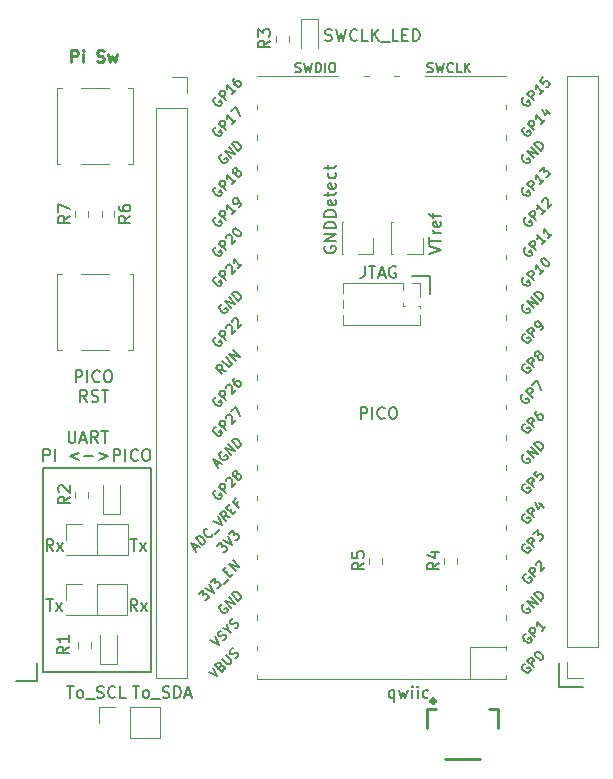
<source format=gto>
G04 #@! TF.GenerationSoftware,KiCad,Pcbnew,5.1.9*
G04 #@! TF.CreationDate,2021-04-12T13:30:16-03:00*
G04 #@! TF.ProjectId,Piprogrammer,50697072-6f67-4726-916d-6d65722e6b69,rev?*
G04 #@! TF.SameCoordinates,Original*
G04 #@! TF.FileFunction,Legend,Top*
G04 #@! TF.FilePolarity,Positive*
%FSLAX46Y46*%
G04 Gerber Fmt 4.6, Leading zero omitted, Abs format (unit mm)*
G04 Created by KiCad (PCBNEW 5.1.9) date 2021-04-12 13:30:16*
%MOMM*%
%LPD*%
G01*
G04 APERTURE LIST*
%ADD10C,0.150000*%
%ADD11C,0.250000*%
%ADD12C,0.120000*%
%ADD13C,0.398780*%
%ADD14C,0.254000*%
G04 APERTURE END LIST*
D10*
X231250000Y-106383047D02*
X231202380Y-106478285D01*
X231202380Y-106621142D01*
X231250000Y-106764000D01*
X231345238Y-106859238D01*
X231440476Y-106906857D01*
X231630952Y-106954476D01*
X231773809Y-106954476D01*
X231964285Y-106906857D01*
X232059523Y-106859238D01*
X232154761Y-106764000D01*
X232202380Y-106621142D01*
X232202380Y-106525904D01*
X232154761Y-106383047D01*
X232107142Y-106335428D01*
X231773809Y-106335428D01*
X231773809Y-106525904D01*
X232202380Y-105906857D02*
X231202380Y-105906857D01*
X232202380Y-105335428D01*
X231202380Y-105335428D01*
X232202380Y-104859238D02*
X231202380Y-104859238D01*
X231202380Y-104621142D01*
X231250000Y-104478285D01*
X231345238Y-104383047D01*
X231440476Y-104335428D01*
X231630952Y-104287809D01*
X231773809Y-104287809D01*
X231964285Y-104335428D01*
X232059523Y-104383047D01*
X232154761Y-104478285D01*
X232202380Y-104621142D01*
X232202380Y-104859238D01*
X232202380Y-103859238D02*
X231202380Y-103859238D01*
X231202380Y-103621142D01*
X231250000Y-103478285D01*
X231345238Y-103383047D01*
X231440476Y-103335428D01*
X231630952Y-103287809D01*
X231773809Y-103287809D01*
X231964285Y-103335428D01*
X232059523Y-103383047D01*
X232154761Y-103478285D01*
X232202380Y-103621142D01*
X232202380Y-103859238D01*
X232154761Y-102478285D02*
X232202380Y-102573523D01*
X232202380Y-102764000D01*
X232154761Y-102859238D01*
X232059523Y-102906857D01*
X231678571Y-102906857D01*
X231583333Y-102859238D01*
X231535714Y-102764000D01*
X231535714Y-102573523D01*
X231583333Y-102478285D01*
X231678571Y-102430666D01*
X231773809Y-102430666D01*
X231869047Y-102906857D01*
X231535714Y-102144952D02*
X231535714Y-101764000D01*
X231202380Y-102002095D02*
X232059523Y-102002095D01*
X232154761Y-101954476D01*
X232202380Y-101859238D01*
X232202380Y-101764000D01*
X232154761Y-101049714D02*
X232202380Y-101144952D01*
X232202380Y-101335428D01*
X232154761Y-101430666D01*
X232059523Y-101478285D01*
X231678571Y-101478285D01*
X231583333Y-101430666D01*
X231535714Y-101335428D01*
X231535714Y-101144952D01*
X231583333Y-101049714D01*
X231678571Y-101002095D01*
X231773809Y-101002095D01*
X231869047Y-101478285D01*
X232154761Y-100144952D02*
X232202380Y-100240190D01*
X232202380Y-100430666D01*
X232154761Y-100525904D01*
X232107142Y-100573523D01*
X232011904Y-100621142D01*
X231726190Y-100621142D01*
X231630952Y-100573523D01*
X231583333Y-100525904D01*
X231535714Y-100430666D01*
X231535714Y-100240190D01*
X231583333Y-100144952D01*
X231535714Y-99859238D02*
X231535714Y-99478285D01*
X231202380Y-99716380D02*
X232059523Y-99716380D01*
X232154761Y-99668761D01*
X232202380Y-99573523D01*
X232202380Y-99478285D01*
X240092380Y-107034095D02*
X241092380Y-106700761D01*
X240092380Y-106367428D01*
X240092380Y-106176952D02*
X240092380Y-105605523D01*
X241092380Y-105891238D02*
X240092380Y-105891238D01*
X241092380Y-105272190D02*
X240425714Y-105272190D01*
X240616190Y-105272190D02*
X240520952Y-105224571D01*
X240473333Y-105176952D01*
X240425714Y-105081714D01*
X240425714Y-104986476D01*
X241044761Y-104272190D02*
X241092380Y-104367428D01*
X241092380Y-104557904D01*
X241044761Y-104653142D01*
X240949523Y-104700761D01*
X240568571Y-104700761D01*
X240473333Y-104653142D01*
X240425714Y-104557904D01*
X240425714Y-104367428D01*
X240473333Y-104272190D01*
X240568571Y-104224571D01*
X240663809Y-104224571D01*
X240759047Y-104700761D01*
X240425714Y-103938857D02*
X240425714Y-103557904D01*
X241092380Y-103796000D02*
X240235238Y-103796000D01*
X240140000Y-103748380D01*
X240092380Y-103653142D01*
X240092380Y-103557904D01*
X206858000Y-143142000D02*
X205080000Y-143142000D01*
X206858000Y-141618000D02*
X206858000Y-143142000D01*
X251054000Y-143650000D02*
X253086000Y-143650000D01*
X251054000Y-141618000D02*
X251054000Y-143650000D01*
X240132000Y-108852000D02*
X240132000Y-110376000D01*
X239878000Y-108852000D02*
X240132000Y-108852000D01*
X238608000Y-108852000D02*
X239878000Y-108852000D01*
X234647333Y-108050380D02*
X234647333Y-108764666D01*
X234599714Y-108907523D01*
X234504476Y-109002761D01*
X234361619Y-109050380D01*
X234266380Y-109050380D01*
X234980666Y-108050380D02*
X235552095Y-108050380D01*
X235266380Y-109050380D02*
X235266380Y-108050380D01*
X235837809Y-108764666D02*
X236314000Y-108764666D01*
X235742571Y-109050380D02*
X236075904Y-108050380D01*
X236409238Y-109050380D01*
X237266380Y-108098000D02*
X237171142Y-108050380D01*
X237028285Y-108050380D01*
X236885428Y-108098000D01*
X236790190Y-108193238D01*
X236742571Y-108288476D01*
X236694952Y-108478952D01*
X236694952Y-108621809D01*
X236742571Y-108812285D01*
X236790190Y-108907523D01*
X236885428Y-109002761D01*
X237028285Y-109050380D01*
X237123523Y-109050380D01*
X237266380Y-109002761D01*
X237314000Y-108955142D01*
X237314000Y-108621809D01*
X237123523Y-108621809D01*
X210160190Y-117877380D02*
X210160190Y-116877380D01*
X210541142Y-116877380D01*
X210636380Y-116925000D01*
X210684000Y-116972619D01*
X210731619Y-117067857D01*
X210731619Y-117210714D01*
X210684000Y-117305952D01*
X210636380Y-117353571D01*
X210541142Y-117401190D01*
X210160190Y-117401190D01*
X211160190Y-117877380D02*
X211160190Y-116877380D01*
X212207809Y-117782142D02*
X212160190Y-117829761D01*
X212017333Y-117877380D01*
X211922095Y-117877380D01*
X211779238Y-117829761D01*
X211684000Y-117734523D01*
X211636380Y-117639285D01*
X211588761Y-117448809D01*
X211588761Y-117305952D01*
X211636380Y-117115476D01*
X211684000Y-117020238D01*
X211779238Y-116925000D01*
X211922095Y-116877380D01*
X212017333Y-116877380D01*
X212160190Y-116925000D01*
X212207809Y-116972619D01*
X212826857Y-116877380D02*
X213017333Y-116877380D01*
X213112571Y-116925000D01*
X213207809Y-117020238D01*
X213255428Y-117210714D01*
X213255428Y-117544047D01*
X213207809Y-117734523D01*
X213112571Y-117829761D01*
X213017333Y-117877380D01*
X212826857Y-117877380D01*
X212731619Y-117829761D01*
X212636380Y-117734523D01*
X212588761Y-117544047D01*
X212588761Y-117210714D01*
X212636380Y-117020238D01*
X212731619Y-116925000D01*
X212826857Y-116877380D01*
X211136380Y-119527380D02*
X210803047Y-119051190D01*
X210564952Y-119527380D02*
X210564952Y-118527380D01*
X210945904Y-118527380D01*
X211041142Y-118575000D01*
X211088761Y-118622619D01*
X211136380Y-118717857D01*
X211136380Y-118860714D01*
X211088761Y-118955952D01*
X211041142Y-119003571D01*
X210945904Y-119051190D01*
X210564952Y-119051190D01*
X211517333Y-119479761D02*
X211660190Y-119527380D01*
X211898285Y-119527380D01*
X211993523Y-119479761D01*
X212041142Y-119432142D01*
X212088761Y-119336904D01*
X212088761Y-119241666D01*
X212041142Y-119146428D01*
X211993523Y-119098809D01*
X211898285Y-119051190D01*
X211707809Y-119003571D01*
X211612571Y-118955952D01*
X211564952Y-118908333D01*
X211517333Y-118813095D01*
X211517333Y-118717857D01*
X211564952Y-118622619D01*
X211612571Y-118575000D01*
X211707809Y-118527380D01*
X211945904Y-118527380D01*
X212088761Y-118575000D01*
X212374476Y-118527380D02*
X212945904Y-118527380D01*
X212660190Y-119527380D02*
X212660190Y-118527380D01*
D11*
X209803047Y-90762380D02*
X209803047Y-89762380D01*
X210184000Y-89762380D01*
X210279238Y-89810000D01*
X210326857Y-89857619D01*
X210374476Y-89952857D01*
X210374476Y-90095714D01*
X210326857Y-90190952D01*
X210279238Y-90238571D01*
X210184000Y-90286190D01*
X209803047Y-90286190D01*
X210803047Y-90762380D02*
X210803047Y-90095714D01*
X210803047Y-89762380D02*
X210755428Y-89810000D01*
X210803047Y-89857619D01*
X210850666Y-89810000D01*
X210803047Y-89762380D01*
X210803047Y-89857619D01*
X211993523Y-90714761D02*
X212136380Y-90762380D01*
X212374476Y-90762380D01*
X212469714Y-90714761D01*
X212517333Y-90667142D01*
X212564952Y-90571904D01*
X212564952Y-90476666D01*
X212517333Y-90381428D01*
X212469714Y-90333809D01*
X212374476Y-90286190D01*
X212184000Y-90238571D01*
X212088761Y-90190952D01*
X212041142Y-90143333D01*
X211993523Y-90048095D01*
X211993523Y-89952857D01*
X212041142Y-89857619D01*
X212088761Y-89810000D01*
X212184000Y-89762380D01*
X212422095Y-89762380D01*
X212564952Y-89810000D01*
X212898285Y-90095714D02*
X213088761Y-90762380D01*
X213279238Y-90286190D01*
X213469714Y-90762380D01*
X213660190Y-90095714D01*
D10*
X231306000Y-88936761D02*
X231448857Y-88984380D01*
X231686952Y-88984380D01*
X231782190Y-88936761D01*
X231829809Y-88889142D01*
X231877428Y-88793904D01*
X231877428Y-88698666D01*
X231829809Y-88603428D01*
X231782190Y-88555809D01*
X231686952Y-88508190D01*
X231496476Y-88460571D01*
X231401238Y-88412952D01*
X231353619Y-88365333D01*
X231306000Y-88270095D01*
X231306000Y-88174857D01*
X231353619Y-88079619D01*
X231401238Y-88032000D01*
X231496476Y-87984380D01*
X231734571Y-87984380D01*
X231877428Y-88032000D01*
X232210761Y-87984380D02*
X232448857Y-88984380D01*
X232639333Y-88270095D01*
X232829809Y-88984380D01*
X233067904Y-87984380D01*
X234020285Y-88889142D02*
X233972666Y-88936761D01*
X233829809Y-88984380D01*
X233734571Y-88984380D01*
X233591714Y-88936761D01*
X233496476Y-88841523D01*
X233448857Y-88746285D01*
X233401238Y-88555809D01*
X233401238Y-88412952D01*
X233448857Y-88222476D01*
X233496476Y-88127238D01*
X233591714Y-88032000D01*
X233734571Y-87984380D01*
X233829809Y-87984380D01*
X233972666Y-88032000D01*
X234020285Y-88079619D01*
X234925047Y-88984380D02*
X234448857Y-88984380D01*
X234448857Y-87984380D01*
X235258380Y-88984380D02*
X235258380Y-87984380D01*
X235829809Y-88984380D02*
X235401238Y-88412952D01*
X235829809Y-87984380D02*
X235258380Y-88555809D01*
X236020285Y-89079619D02*
X236782190Y-89079619D01*
X237496476Y-88984380D02*
X237020285Y-88984380D01*
X237020285Y-87984380D01*
X237829809Y-88460571D02*
X238163142Y-88460571D01*
X238306000Y-88984380D02*
X237829809Y-88984380D01*
X237829809Y-87984380D01*
X238306000Y-87984380D01*
X238734571Y-88984380D02*
X238734571Y-87984380D01*
X238972666Y-87984380D01*
X239115523Y-88032000D01*
X239210761Y-88127238D01*
X239258380Y-88222476D01*
X239306000Y-88412952D01*
X239306000Y-88555809D01*
X239258380Y-88746285D01*
X239210761Y-88841523D01*
X239115523Y-88936761D01*
X238972666Y-88984380D01*
X238734571Y-88984380D01*
X207691523Y-136244380D02*
X208262952Y-136244380D01*
X207977238Y-137244380D02*
X207977238Y-136244380D01*
X208501047Y-137244380D02*
X209024857Y-136577714D01*
X208501047Y-136577714D02*
X209024857Y-137244380D01*
X215398761Y-137244380D02*
X215065428Y-136768190D01*
X214827333Y-137244380D02*
X214827333Y-136244380D01*
X215208285Y-136244380D01*
X215303523Y-136292000D01*
X215351142Y-136339619D01*
X215398761Y-136434857D01*
X215398761Y-136577714D01*
X215351142Y-136672952D01*
X215303523Y-136720571D01*
X215208285Y-136768190D01*
X214827333Y-136768190D01*
X215732095Y-137244380D02*
X216255904Y-136577714D01*
X215732095Y-136577714D02*
X216255904Y-137244380D01*
X214803523Y-131164380D02*
X215374952Y-131164380D01*
X215089238Y-132164380D02*
X215089238Y-131164380D01*
X215613047Y-132164380D02*
X216136857Y-131497714D01*
X215613047Y-131497714D02*
X216136857Y-132164380D01*
X208286761Y-132164380D02*
X207953428Y-131688190D01*
X207715333Y-132164380D02*
X207715333Y-131164380D01*
X208096285Y-131164380D01*
X208191523Y-131212000D01*
X208239142Y-131259619D01*
X208286761Y-131354857D01*
X208286761Y-131497714D01*
X208239142Y-131592952D01*
X208191523Y-131640571D01*
X208096285Y-131688190D01*
X207715333Y-131688190D01*
X208620095Y-132164380D02*
X209143904Y-131497714D01*
X208620095Y-131497714D02*
X209143904Y-132164380D01*
X207438000Y-124544380D02*
X207438000Y-123544380D01*
X207818952Y-123544380D01*
X207914190Y-123592000D01*
X207961809Y-123639619D01*
X208009428Y-123734857D01*
X208009428Y-123877714D01*
X207961809Y-123972952D01*
X207914190Y-124020571D01*
X207818952Y-124068190D01*
X207438000Y-124068190D01*
X208438000Y-124544380D02*
X208438000Y-123544380D01*
X210438000Y-123877714D02*
X209676095Y-124163428D01*
X210438000Y-124449142D01*
X210914190Y-124163428D02*
X211676095Y-124163428D01*
X212152285Y-123877714D02*
X212914190Y-124163428D01*
X212152285Y-124449142D01*
X213390380Y-124544380D02*
X213390380Y-123544380D01*
X213771333Y-123544380D01*
X213866571Y-123592000D01*
X213914190Y-123639619D01*
X213961809Y-123734857D01*
X213961809Y-123877714D01*
X213914190Y-123972952D01*
X213866571Y-124020571D01*
X213771333Y-124068190D01*
X213390380Y-124068190D01*
X214390380Y-124544380D02*
X214390380Y-123544380D01*
X215438000Y-124449142D02*
X215390380Y-124496761D01*
X215247523Y-124544380D01*
X215152285Y-124544380D01*
X215009428Y-124496761D01*
X214914190Y-124401523D01*
X214866571Y-124306285D01*
X214818952Y-124115809D01*
X214818952Y-123972952D01*
X214866571Y-123782476D01*
X214914190Y-123687238D01*
X215009428Y-123592000D01*
X215152285Y-123544380D01*
X215247523Y-123544380D01*
X215390380Y-123592000D01*
X215438000Y-123639619D01*
X216057047Y-123544380D02*
X216247523Y-123544380D01*
X216342761Y-123592000D01*
X216438000Y-123687238D01*
X216485619Y-123877714D01*
X216485619Y-124211047D01*
X216438000Y-124401523D01*
X216342761Y-124496761D01*
X216247523Y-124544380D01*
X216057047Y-124544380D01*
X215961809Y-124496761D01*
X215866571Y-124401523D01*
X215818952Y-124211047D01*
X215818952Y-123877714D01*
X215866571Y-123687238D01*
X215961809Y-123592000D01*
X216057047Y-123544380D01*
X209580761Y-122020380D02*
X209580761Y-122829904D01*
X209628380Y-122925142D01*
X209676000Y-122972761D01*
X209771238Y-123020380D01*
X209961714Y-123020380D01*
X210056952Y-122972761D01*
X210104571Y-122925142D01*
X210152190Y-122829904D01*
X210152190Y-122020380D01*
X210580761Y-122734666D02*
X211056952Y-122734666D01*
X210485523Y-123020380D02*
X210818857Y-122020380D01*
X211152190Y-123020380D01*
X212056952Y-123020380D02*
X211723619Y-122544190D01*
X211485523Y-123020380D02*
X211485523Y-122020380D01*
X211866476Y-122020380D01*
X211961714Y-122068000D01*
X212009333Y-122115619D01*
X212056952Y-122210857D01*
X212056952Y-122353714D01*
X212009333Y-122448952D01*
X211961714Y-122496571D01*
X211866476Y-122544190D01*
X211485523Y-122544190D01*
X212342666Y-122020380D02*
X212914095Y-122020380D01*
X212628380Y-123020380D02*
X212628380Y-122020380D01*
X207366000Y-142380000D02*
X207366000Y-125108000D01*
X207620000Y-142380000D02*
X207366000Y-142380000D01*
X216510000Y-142380000D02*
X207620000Y-142380000D01*
X216510000Y-125108000D02*
X216510000Y-142380000D01*
X207366000Y-125108000D02*
X216510000Y-125108000D01*
X237139714Y-143943714D02*
X237139714Y-144943714D01*
X237139714Y-144562761D02*
X237044476Y-144610380D01*
X236854000Y-144610380D01*
X236758761Y-144562761D01*
X236711142Y-144515142D01*
X236663523Y-144419904D01*
X236663523Y-144134190D01*
X236711142Y-144038952D01*
X236758761Y-143991333D01*
X236854000Y-143943714D01*
X237044476Y-143943714D01*
X237139714Y-143991333D01*
X237520666Y-143943714D02*
X237711142Y-144610380D01*
X237901619Y-144134190D01*
X238092095Y-144610380D01*
X238282571Y-143943714D01*
X238663523Y-144610380D02*
X238663523Y-143943714D01*
X238663523Y-143610380D02*
X238615904Y-143658000D01*
X238663523Y-143705619D01*
X238711142Y-143658000D01*
X238663523Y-143610380D01*
X238663523Y-143705619D01*
X239139714Y-144610380D02*
X239139714Y-143943714D01*
X239139714Y-143610380D02*
X239092095Y-143658000D01*
X239139714Y-143705619D01*
X239187333Y-143658000D01*
X239139714Y-143610380D01*
X239139714Y-143705619D01*
X240044476Y-144562761D02*
X239949238Y-144610380D01*
X239758761Y-144610380D01*
X239663523Y-144562761D01*
X239615904Y-144515142D01*
X239568285Y-144419904D01*
X239568285Y-144134190D01*
X239615904Y-144038952D01*
X239663523Y-143991333D01*
X239758761Y-143943714D01*
X239949238Y-143943714D01*
X240044476Y-143991333D01*
X234290190Y-120988380D02*
X234290190Y-119988380D01*
X234671142Y-119988380D01*
X234766380Y-120036000D01*
X234814000Y-120083619D01*
X234861619Y-120178857D01*
X234861619Y-120321714D01*
X234814000Y-120416952D01*
X234766380Y-120464571D01*
X234671142Y-120512190D01*
X234290190Y-120512190D01*
X235290190Y-120988380D02*
X235290190Y-119988380D01*
X236337809Y-120893142D02*
X236290190Y-120940761D01*
X236147333Y-120988380D01*
X236052095Y-120988380D01*
X235909238Y-120940761D01*
X235814000Y-120845523D01*
X235766380Y-120750285D01*
X235718761Y-120559809D01*
X235718761Y-120416952D01*
X235766380Y-120226476D01*
X235814000Y-120131238D01*
X235909238Y-120036000D01*
X236052095Y-119988380D01*
X236147333Y-119988380D01*
X236290190Y-120036000D01*
X236337809Y-120083619D01*
X236956857Y-119988380D02*
X237147333Y-119988380D01*
X237242571Y-120036000D01*
X237337809Y-120131238D01*
X237385428Y-120321714D01*
X237385428Y-120655047D01*
X237337809Y-120845523D01*
X237242571Y-120940761D01*
X237147333Y-120988380D01*
X236956857Y-120988380D01*
X236861619Y-120940761D01*
X236766380Y-120845523D01*
X236718761Y-120655047D01*
X236718761Y-120321714D01*
X236766380Y-120131238D01*
X236861619Y-120036000D01*
X236956857Y-119988380D01*
X209438000Y-143610380D02*
X210009428Y-143610380D01*
X209723714Y-144610380D02*
X209723714Y-143610380D01*
X210485619Y-144610380D02*
X210390380Y-144562761D01*
X210342761Y-144515142D01*
X210295142Y-144419904D01*
X210295142Y-144134190D01*
X210342761Y-144038952D01*
X210390380Y-143991333D01*
X210485619Y-143943714D01*
X210628476Y-143943714D01*
X210723714Y-143991333D01*
X210771333Y-144038952D01*
X210818952Y-144134190D01*
X210818952Y-144419904D01*
X210771333Y-144515142D01*
X210723714Y-144562761D01*
X210628476Y-144610380D01*
X210485619Y-144610380D01*
X211009428Y-144705619D02*
X211771333Y-144705619D01*
X211961809Y-144562761D02*
X212104666Y-144610380D01*
X212342761Y-144610380D01*
X212438000Y-144562761D01*
X212485619Y-144515142D01*
X212533238Y-144419904D01*
X212533238Y-144324666D01*
X212485619Y-144229428D01*
X212438000Y-144181809D01*
X212342761Y-144134190D01*
X212152285Y-144086571D01*
X212057047Y-144038952D01*
X212009428Y-143991333D01*
X211961809Y-143896095D01*
X211961809Y-143800857D01*
X212009428Y-143705619D01*
X212057047Y-143658000D01*
X212152285Y-143610380D01*
X212390380Y-143610380D01*
X212533238Y-143658000D01*
X213533238Y-144515142D02*
X213485619Y-144562761D01*
X213342761Y-144610380D01*
X213247523Y-144610380D01*
X213104666Y-144562761D01*
X213009428Y-144467523D01*
X212961809Y-144372285D01*
X212914190Y-144181809D01*
X212914190Y-144038952D01*
X212961809Y-143848476D01*
X213009428Y-143753238D01*
X213104666Y-143658000D01*
X213247523Y-143610380D01*
X213342761Y-143610380D01*
X213485619Y-143658000D01*
X213533238Y-143705619D01*
X214438000Y-144610380D02*
X213961809Y-144610380D01*
X213961809Y-143610380D01*
X215002190Y-143610380D02*
X215573619Y-143610380D01*
X215287904Y-144610380D02*
X215287904Y-143610380D01*
X216049809Y-144610380D02*
X215954571Y-144562761D01*
X215906952Y-144515142D01*
X215859333Y-144419904D01*
X215859333Y-144134190D01*
X215906952Y-144038952D01*
X215954571Y-143991333D01*
X216049809Y-143943714D01*
X216192666Y-143943714D01*
X216287904Y-143991333D01*
X216335523Y-144038952D01*
X216383142Y-144134190D01*
X216383142Y-144419904D01*
X216335523Y-144515142D01*
X216287904Y-144562761D01*
X216192666Y-144610380D01*
X216049809Y-144610380D01*
X216573619Y-144705619D02*
X217335523Y-144705619D01*
X217526000Y-144562761D02*
X217668857Y-144610380D01*
X217906952Y-144610380D01*
X218002190Y-144562761D01*
X218049809Y-144515142D01*
X218097428Y-144419904D01*
X218097428Y-144324666D01*
X218049809Y-144229428D01*
X218002190Y-144181809D01*
X217906952Y-144134190D01*
X217716476Y-144086571D01*
X217621238Y-144038952D01*
X217573619Y-143991333D01*
X217526000Y-143896095D01*
X217526000Y-143800857D01*
X217573619Y-143705619D01*
X217621238Y-143658000D01*
X217716476Y-143610380D01*
X217954571Y-143610380D01*
X218097428Y-143658000D01*
X218526000Y-144610380D02*
X218526000Y-143610380D01*
X218764095Y-143610380D01*
X218906952Y-143658000D01*
X219002190Y-143753238D01*
X219049809Y-143848476D01*
X219097428Y-144038952D01*
X219097428Y-144181809D01*
X219049809Y-144372285D01*
X219002190Y-144467523D01*
X218906952Y-144562761D01*
X218764095Y-144610380D01*
X218526000Y-144610380D01*
X219478380Y-144324666D02*
X219954571Y-144324666D01*
X219383142Y-144610380D02*
X219716476Y-143610380D01*
X220049809Y-144610380D01*
D12*
X228208500Y-89040724D02*
X228208500Y-88531276D01*
X227163500Y-89040724D02*
X227163500Y-88531276D01*
X213011000Y-92942000D02*
X210611000Y-92942000D01*
X215021000Y-92942000D02*
X214611000Y-92942000D01*
X215021000Y-99362000D02*
X215021000Y-92942000D01*
X214611000Y-99362000D02*
X215021000Y-99362000D01*
X210611000Y-99362000D02*
X213011000Y-99362000D01*
X208601000Y-99362000D02*
X208881000Y-99362000D01*
X208601000Y-92942000D02*
X208601000Y-99362000D01*
X209011000Y-92942000D02*
X208601000Y-92942000D01*
X211190500Y-103876224D02*
X211190500Y-103366776D01*
X210145500Y-103876224D02*
X210145500Y-103366776D01*
X212405499Y-103366776D02*
X212405499Y-103876224D01*
X213450499Y-103366776D02*
X213450499Y-103876224D01*
X234968000Y-91988000D02*
X234568000Y-91988000D01*
X237568000Y-91988000D02*
X237168000Y-91988000D01*
X225568000Y-91988000D02*
X232368000Y-91988000D01*
X225568000Y-102388000D02*
X225568000Y-101988000D01*
X225568000Y-110088000D02*
X225568000Y-109688000D01*
X225568000Y-135488000D02*
X225568000Y-135088000D01*
X225568000Y-142988000D02*
X225568000Y-142688000D01*
X225568000Y-120188000D02*
X225568000Y-119788000D01*
X225568000Y-104988000D02*
X225568000Y-104588000D01*
X225568000Y-125288000D02*
X225568000Y-124888000D01*
X225568000Y-130388000D02*
X225568000Y-129988000D01*
X225568000Y-117688000D02*
X225568000Y-117288000D01*
X225568000Y-112588000D02*
X225568000Y-112188000D01*
X225568000Y-97388000D02*
X225568000Y-96988000D01*
X225568000Y-94788000D02*
X225568000Y-94388000D01*
X225568000Y-99888000D02*
X225568000Y-99488000D01*
X225568000Y-132888000D02*
X225568000Y-132488000D01*
X225568000Y-140588000D02*
X225568000Y-140188000D01*
X225568000Y-137988000D02*
X225568000Y-137588000D01*
X225568000Y-107488000D02*
X225568000Y-107088000D01*
X225568000Y-115188000D02*
X225568000Y-114788000D01*
X225568000Y-122788000D02*
X225568000Y-122388000D01*
X225568000Y-127888000D02*
X225568000Y-127488000D01*
X246568000Y-94788000D02*
X246568000Y-94388000D01*
X246568000Y-97388000D02*
X246568000Y-96988000D01*
X246568000Y-99888000D02*
X246568000Y-99488000D01*
X246568000Y-102388000D02*
X246568000Y-101988000D01*
X246568000Y-104988000D02*
X246568000Y-104588000D01*
X246568000Y-107488000D02*
X246568000Y-107088000D01*
X246568000Y-110088000D02*
X246568000Y-109688000D01*
X246568000Y-112588000D02*
X246568000Y-112188000D01*
X246568000Y-115188000D02*
X246568000Y-114788000D01*
X246568000Y-117688000D02*
X246568000Y-117288000D01*
X246568000Y-120188000D02*
X246568000Y-119788000D01*
X246568000Y-122788000D02*
X246568000Y-122388000D01*
X246568000Y-125288000D02*
X246568000Y-124888000D01*
X246568000Y-127888000D02*
X246568000Y-127488000D01*
X246568000Y-130388000D02*
X246568000Y-129988000D01*
X246568000Y-132888000D02*
X246568000Y-132488000D01*
X246568000Y-135488000D02*
X246568000Y-135088000D01*
X246568000Y-137988000D02*
X246568000Y-137588000D01*
X246568000Y-140588000D02*
X246568000Y-140188000D01*
X246568000Y-142988000D02*
X246568000Y-142688000D01*
X243561000Y-140321000D02*
X243561000Y-142988000D01*
X246568000Y-140321000D02*
X243561000Y-140321000D01*
X239768000Y-91988000D02*
X246568000Y-91988000D01*
X246568000Y-142988000D02*
X225568000Y-142988000D01*
X236082500Y-133236724D02*
X236082500Y-132727276D01*
X235037500Y-133236724D02*
X235037500Y-132727276D01*
X242432500Y-133236724D02*
X242432500Y-132727276D01*
X241387500Y-133236724D02*
X241387500Y-132727276D01*
X211190500Y-127648724D02*
X211190500Y-127139276D01*
X210145500Y-127648724D02*
X210145500Y-127139276D01*
X210399500Y-139839276D02*
X210399500Y-140348724D01*
X211444500Y-139839276D02*
X211444500Y-140348724D01*
D13*
X240566340Y-144874280D02*
G75*
G03*
X240566340Y-144874280I-139700J0D01*
G01*
D14*
X239926260Y-145521980D02*
X240678100Y-145521980D01*
X245925740Y-145521980D02*
X245925740Y-147172980D01*
X245173900Y-145521980D02*
X245925740Y-145521980D01*
X239926260Y-147172980D02*
X239926260Y-145521980D01*
X241427400Y-149773940D02*
X244424600Y-149773940D01*
D12*
X235366000Y-105677000D02*
X235366000Y-107007000D01*
X235366000Y-107007000D02*
X234036000Y-107007000D01*
X232826000Y-107007000D02*
X232706000Y-107007000D01*
X232826000Y-104347000D02*
X232706000Y-104347000D01*
X232706000Y-104347000D02*
X232706000Y-107007000D01*
X212132000Y-146698000D02*
X212132000Y-145368000D01*
X212132000Y-145368000D02*
X213462000Y-145368000D01*
X214732000Y-145368000D02*
X217332000Y-145368000D01*
X217332000Y-148028000D02*
X217332000Y-145368000D01*
X214732000Y-148028000D02*
X217332000Y-148028000D01*
X214732000Y-148028000D02*
X214732000Y-145368000D01*
X239368000Y-109500000D02*
X239368000Y-110630000D01*
X238608000Y-109500000D02*
X239368000Y-109500000D01*
X239303000Y-112207530D02*
X239303000Y-113030000D01*
X239303000Y-111390000D02*
X239303000Y-111592470D01*
X239171471Y-111390000D02*
X239303000Y-111390000D01*
X237901471Y-111390000D02*
X238044529Y-111390000D01*
X237848000Y-111193471D02*
X237848000Y-111336529D01*
X237848000Y-109500000D02*
X237848000Y-110066529D01*
X239303000Y-113030000D02*
X232833000Y-113030000D01*
X237848000Y-109500000D02*
X232833000Y-109500000D01*
X232833000Y-110937530D02*
X232833000Y-111592470D01*
X232833000Y-112207530D02*
X232833000Y-113030000D01*
X232833000Y-109500000D02*
X232833000Y-110322470D01*
X239557000Y-105677000D02*
X239557000Y-107007000D01*
X239557000Y-107007000D02*
X238227000Y-107007000D01*
X237017000Y-107007000D02*
X236897000Y-107007000D01*
X237017000Y-104347000D02*
X236897000Y-104347000D01*
X236897000Y-104347000D02*
X236897000Y-107007000D01*
X218288000Y-92028000D02*
X219618000Y-92028000D01*
X219618000Y-92028000D02*
X219618000Y-93358000D01*
X219618000Y-94628000D02*
X219618000Y-142948000D01*
X216958000Y-142948000D02*
X219618000Y-142948000D01*
X216958000Y-94628000D02*
X216958000Y-142948000D01*
X216958000Y-94628000D02*
X219618000Y-94628000D01*
X253086000Y-142910000D02*
X251756000Y-142910000D01*
X251756000Y-142910000D02*
X251756000Y-141580000D01*
X251756000Y-140310000D02*
X251756000Y-91990000D01*
X254416000Y-91990000D02*
X251756000Y-91990000D01*
X254416000Y-140310000D02*
X254416000Y-91990000D01*
X254416000Y-140310000D02*
X251756000Y-140310000D01*
X209378000Y-129874000D02*
X210708000Y-129874000D01*
X209378000Y-131204000D02*
X209378000Y-129874000D01*
X211978000Y-129874000D02*
X214578000Y-129874000D01*
X211978000Y-132474000D02*
X211978000Y-129874000D01*
X209378000Y-132474000D02*
X211978000Y-132474000D01*
X214578000Y-129874000D02*
X214578000Y-132534000D01*
X209378000Y-132474000D02*
X209378000Y-132534000D01*
X209378000Y-132534000D02*
X214578000Y-132534000D01*
X209338000Y-134954000D02*
X210668000Y-134954000D01*
X209338000Y-136284000D02*
X209338000Y-134954000D01*
X211938000Y-134954000D02*
X214538000Y-134954000D01*
X211938000Y-137554000D02*
X211938000Y-134954000D01*
X209338000Y-137554000D02*
X211938000Y-137554000D01*
X214538000Y-134954000D02*
X214538000Y-137614000D01*
X209338000Y-137554000D02*
X209338000Y-137614000D01*
X209338000Y-137614000D02*
X214538000Y-137614000D01*
X230707000Y-89586000D02*
X230707000Y-87126000D01*
X230707000Y-87126000D02*
X229237000Y-87126000D01*
X229237000Y-87126000D02*
X229237000Y-89586000D01*
X212473000Y-126594000D02*
X212473000Y-129054000D01*
X212473000Y-129054000D02*
X213943000Y-129054000D01*
X213943000Y-129054000D02*
X213943000Y-126594000D01*
X213689000Y-141754000D02*
X213689000Y-139294000D01*
X212219000Y-141754000D02*
X213689000Y-141754000D01*
X212219000Y-139294000D02*
X212219000Y-141754000D01*
X210611000Y-115110000D02*
X213011000Y-115110000D01*
X208601000Y-115110000D02*
X209011000Y-115110000D01*
X208601000Y-108690000D02*
X208601000Y-115110000D01*
X209011000Y-108690000D02*
X208601000Y-108690000D01*
X213011000Y-108690000D02*
X210611000Y-108690000D01*
X215021000Y-108690000D02*
X214741000Y-108690000D01*
X215021000Y-115110000D02*
X215021000Y-108690000D01*
X214611000Y-115110000D02*
X215021000Y-115110000D01*
D10*
X226614380Y-88952666D02*
X226138190Y-89286000D01*
X226614380Y-89524095D02*
X225614380Y-89524095D01*
X225614380Y-89143142D01*
X225662000Y-89047904D01*
X225709619Y-89000285D01*
X225804857Y-88952666D01*
X225947714Y-88952666D01*
X226042952Y-89000285D01*
X226090571Y-89047904D01*
X226138190Y-89143142D01*
X226138190Y-89524095D01*
X225614380Y-88619333D02*
X225614380Y-88000285D01*
X225995333Y-88333619D01*
X225995333Y-88190761D01*
X226042952Y-88095523D01*
X226090571Y-88047904D01*
X226185809Y-88000285D01*
X226423904Y-88000285D01*
X226519142Y-88047904D01*
X226566761Y-88095523D01*
X226614380Y-88190761D01*
X226614380Y-88476476D01*
X226566761Y-88571714D01*
X226519142Y-88619333D01*
X209690380Y-103788166D02*
X209214190Y-104121500D01*
X209690380Y-104359595D02*
X208690380Y-104359595D01*
X208690380Y-103978642D01*
X208738000Y-103883404D01*
X208785619Y-103835785D01*
X208880857Y-103788166D01*
X209023714Y-103788166D01*
X209118952Y-103835785D01*
X209166571Y-103883404D01*
X209214190Y-103978642D01*
X209214190Y-104359595D01*
X208690380Y-103454833D02*
X208690380Y-102788166D01*
X209690380Y-103216738D01*
X214810379Y-103788166D02*
X214334189Y-104121500D01*
X214810379Y-104359595D02*
X213810379Y-104359595D01*
X213810379Y-103978642D01*
X213857999Y-103883404D01*
X213905618Y-103835785D01*
X214000856Y-103788166D01*
X214143713Y-103788166D01*
X214238951Y-103835785D01*
X214286570Y-103883404D01*
X214334189Y-103978642D01*
X214334189Y-104359595D01*
X213810379Y-102931023D02*
X213810379Y-103121500D01*
X213857999Y-103216738D01*
X213905618Y-103264357D01*
X214048475Y-103359595D01*
X214238951Y-103407214D01*
X214619903Y-103407214D01*
X214715141Y-103359595D01*
X214762760Y-103311976D01*
X214810379Y-103216738D01*
X214810379Y-103026261D01*
X214762760Y-102931023D01*
X214715141Y-102883404D01*
X214619903Y-102835785D01*
X214381808Y-102835785D01*
X214286570Y-102883404D01*
X214238951Y-102931023D01*
X214191332Y-103026261D01*
X214191332Y-103216738D01*
X214238951Y-103311976D01*
X214286570Y-103359595D01*
X214381808Y-103407214D01*
X248281096Y-139209218D02*
X248200284Y-139236155D01*
X248119471Y-139316967D01*
X248065597Y-139424717D01*
X248065597Y-139532467D01*
X248092534Y-139613279D01*
X248173346Y-139747966D01*
X248254158Y-139828778D01*
X248388845Y-139909590D01*
X248469658Y-139936528D01*
X248577407Y-139936528D01*
X248685157Y-139882653D01*
X248739032Y-139828778D01*
X248792906Y-139721028D01*
X248792906Y-139667154D01*
X248604345Y-139478592D01*
X248496595Y-139586341D01*
X249089218Y-139478592D02*
X248523532Y-138912906D01*
X248739032Y-138697407D01*
X248819844Y-138670470D01*
X248873719Y-138670470D01*
X248954531Y-138697407D01*
X249035343Y-138778219D01*
X249062280Y-138859032D01*
X249062280Y-138912906D01*
X249035343Y-138993719D01*
X248819844Y-139209218D01*
X249951215Y-138616595D02*
X249627966Y-138939844D01*
X249789590Y-138778219D02*
X249223905Y-138212534D01*
X249250842Y-138347221D01*
X249250842Y-138454971D01*
X249223905Y-138535783D01*
X248281096Y-134119218D02*
X248200284Y-134146155D01*
X248119471Y-134226967D01*
X248065597Y-134334717D01*
X248065597Y-134442467D01*
X248092534Y-134523279D01*
X248173346Y-134657966D01*
X248254158Y-134738778D01*
X248388845Y-134819590D01*
X248469658Y-134846528D01*
X248577407Y-134846528D01*
X248685157Y-134792653D01*
X248739032Y-134738778D01*
X248792906Y-134631028D01*
X248792906Y-134577154D01*
X248604345Y-134388592D01*
X248496595Y-134496341D01*
X249089218Y-134388592D02*
X248523532Y-133822906D01*
X248739032Y-133607407D01*
X248819844Y-133580470D01*
X248873719Y-133580470D01*
X248954531Y-133607407D01*
X249035343Y-133688219D01*
X249062280Y-133769032D01*
X249062280Y-133822906D01*
X249035343Y-133903719D01*
X248819844Y-134119218D01*
X249116155Y-133338033D02*
X249116155Y-133284158D01*
X249143093Y-133203346D01*
X249277780Y-133068659D01*
X249358592Y-133041722D01*
X249412467Y-133041722D01*
X249493279Y-133068659D01*
X249547154Y-133122534D01*
X249601028Y-133230284D01*
X249601028Y-133876781D01*
X249951215Y-133526595D01*
X248181096Y-141739218D02*
X248100284Y-141766155D01*
X248019471Y-141846967D01*
X247965597Y-141954717D01*
X247965597Y-142062467D01*
X247992534Y-142143279D01*
X248073346Y-142277966D01*
X248154158Y-142358778D01*
X248288845Y-142439590D01*
X248369658Y-142466528D01*
X248477407Y-142466528D01*
X248585157Y-142412653D01*
X248639032Y-142358778D01*
X248692906Y-142251028D01*
X248692906Y-142197154D01*
X248504345Y-142008592D01*
X248396595Y-142116341D01*
X248989218Y-142008592D02*
X248423532Y-141442906D01*
X248639032Y-141227407D01*
X248719844Y-141200470D01*
X248773719Y-141200470D01*
X248854531Y-141227407D01*
X248935343Y-141308219D01*
X248962280Y-141389032D01*
X248962280Y-141442906D01*
X248935343Y-141523719D01*
X248719844Y-141739218D01*
X249096967Y-140769471D02*
X249150842Y-140715597D01*
X249231654Y-140688659D01*
X249285529Y-140688659D01*
X249366341Y-140715597D01*
X249501028Y-140796409D01*
X249635715Y-140931096D01*
X249716528Y-141065783D01*
X249743465Y-141146595D01*
X249743465Y-141200470D01*
X249716528Y-141281282D01*
X249662653Y-141335157D01*
X249581841Y-141362094D01*
X249527966Y-141362094D01*
X249447154Y-141335157D01*
X249312467Y-141254345D01*
X249177780Y-141119658D01*
X249096967Y-140984971D01*
X249070030Y-140904158D01*
X249070030Y-140850284D01*
X249096967Y-140769471D01*
X248181096Y-131579218D02*
X248100284Y-131606155D01*
X248019471Y-131686967D01*
X247965597Y-131794717D01*
X247965597Y-131902467D01*
X247992534Y-131983279D01*
X248073346Y-132117966D01*
X248154158Y-132198778D01*
X248288845Y-132279590D01*
X248369658Y-132306528D01*
X248477407Y-132306528D01*
X248585157Y-132252653D01*
X248639032Y-132198778D01*
X248692906Y-132091028D01*
X248692906Y-132037154D01*
X248504345Y-131848592D01*
X248396595Y-131956341D01*
X248989218Y-131848592D02*
X248423532Y-131282906D01*
X248639032Y-131067407D01*
X248719844Y-131040470D01*
X248773719Y-131040470D01*
X248854531Y-131067407D01*
X248935343Y-131148219D01*
X248962280Y-131229032D01*
X248962280Y-131282906D01*
X248935343Y-131363719D01*
X248719844Y-131579218D01*
X248935343Y-130771096D02*
X249285529Y-130420910D01*
X249312467Y-130824971D01*
X249393279Y-130744158D01*
X249474091Y-130717221D01*
X249527966Y-130717221D01*
X249608778Y-130744158D01*
X249743465Y-130878845D01*
X249770402Y-130959658D01*
X249770402Y-131013532D01*
X249743465Y-131094345D01*
X249581841Y-131255969D01*
X249501028Y-131282906D01*
X249447154Y-131282906D01*
X248181096Y-129039218D02*
X248100284Y-129066155D01*
X248019471Y-129146967D01*
X247965597Y-129254717D01*
X247965597Y-129362467D01*
X247992534Y-129443279D01*
X248073346Y-129577966D01*
X248154158Y-129658778D01*
X248288845Y-129739590D01*
X248369658Y-129766528D01*
X248477407Y-129766528D01*
X248585157Y-129712653D01*
X248639032Y-129658778D01*
X248692906Y-129551028D01*
X248692906Y-129497154D01*
X248504345Y-129308592D01*
X248396595Y-129416341D01*
X248989218Y-129308592D02*
X248423532Y-128742906D01*
X248639032Y-128527407D01*
X248719844Y-128500470D01*
X248773719Y-128500470D01*
X248854531Y-128527407D01*
X248935343Y-128608219D01*
X248962280Y-128689032D01*
X248962280Y-128742906D01*
X248935343Y-128823719D01*
X248719844Y-129039218D01*
X249420216Y-128123346D02*
X249797340Y-128500470D01*
X249070030Y-128042534D02*
X249339404Y-128581282D01*
X249689590Y-128231096D01*
X248181096Y-126499218D02*
X248100284Y-126526155D01*
X248019471Y-126606967D01*
X247965597Y-126714717D01*
X247965597Y-126822467D01*
X247992534Y-126903279D01*
X248073346Y-127037966D01*
X248154158Y-127118778D01*
X248288845Y-127199590D01*
X248369658Y-127226528D01*
X248477407Y-127226528D01*
X248585157Y-127172653D01*
X248639032Y-127118778D01*
X248692906Y-127011028D01*
X248692906Y-126957154D01*
X248504345Y-126768592D01*
X248396595Y-126876341D01*
X248989218Y-126768592D02*
X248423532Y-126202906D01*
X248639032Y-125987407D01*
X248719844Y-125960470D01*
X248773719Y-125960470D01*
X248854531Y-125987407D01*
X248935343Y-126068219D01*
X248962280Y-126149032D01*
X248962280Y-126202906D01*
X248935343Y-126283719D01*
X248719844Y-126499218D01*
X249258592Y-125367847D02*
X248989218Y-125637221D01*
X249231654Y-125933532D01*
X249231654Y-125879658D01*
X249258592Y-125798845D01*
X249393279Y-125664158D01*
X249474091Y-125637221D01*
X249527966Y-125637221D01*
X249608778Y-125664158D01*
X249743465Y-125798845D01*
X249770402Y-125879658D01*
X249770402Y-125933532D01*
X249743465Y-126014345D01*
X249608778Y-126149032D01*
X249527966Y-126175969D01*
X249474091Y-126175969D01*
X248181096Y-121419218D02*
X248100284Y-121446155D01*
X248019471Y-121526967D01*
X247965597Y-121634717D01*
X247965597Y-121742467D01*
X247992534Y-121823279D01*
X248073346Y-121957966D01*
X248154158Y-122038778D01*
X248288845Y-122119590D01*
X248369658Y-122146528D01*
X248477407Y-122146528D01*
X248585157Y-122092653D01*
X248639032Y-122038778D01*
X248692906Y-121931028D01*
X248692906Y-121877154D01*
X248504345Y-121688592D01*
X248396595Y-121796341D01*
X248989218Y-121688592D02*
X248423532Y-121122906D01*
X248639032Y-120907407D01*
X248719844Y-120880470D01*
X248773719Y-120880470D01*
X248854531Y-120907407D01*
X248935343Y-120988219D01*
X248962280Y-121069032D01*
X248962280Y-121122906D01*
X248935343Y-121203719D01*
X248719844Y-121419218D01*
X249231654Y-120314784D02*
X249123905Y-120422534D01*
X249096967Y-120503346D01*
X249096967Y-120557221D01*
X249123905Y-120691908D01*
X249204717Y-120826595D01*
X249420216Y-121042094D01*
X249501028Y-121069032D01*
X249554903Y-121069032D01*
X249635715Y-121042094D01*
X249743465Y-120934345D01*
X249770402Y-120853532D01*
X249770402Y-120799658D01*
X249743465Y-120718845D01*
X249608778Y-120584158D01*
X249527966Y-120557221D01*
X249474091Y-120557221D01*
X249393279Y-120584158D01*
X249285529Y-120691908D01*
X249258592Y-120772720D01*
X249258592Y-120826595D01*
X249285529Y-120907407D01*
X248081096Y-118909218D02*
X248000284Y-118936155D01*
X247919471Y-119016967D01*
X247865597Y-119124717D01*
X247865597Y-119232467D01*
X247892534Y-119313279D01*
X247973346Y-119447966D01*
X248054158Y-119528778D01*
X248188845Y-119609590D01*
X248269658Y-119636528D01*
X248377407Y-119636528D01*
X248485157Y-119582653D01*
X248539032Y-119528778D01*
X248592906Y-119421028D01*
X248592906Y-119367154D01*
X248404345Y-119178592D01*
X248296595Y-119286341D01*
X248889218Y-119178592D02*
X248323532Y-118612906D01*
X248539032Y-118397407D01*
X248619844Y-118370470D01*
X248673719Y-118370470D01*
X248754531Y-118397407D01*
X248835343Y-118478219D01*
X248862280Y-118559032D01*
X248862280Y-118612906D01*
X248835343Y-118693719D01*
X248619844Y-118909218D01*
X248835343Y-118101096D02*
X249212467Y-117723972D01*
X249535715Y-118532094D01*
X248181096Y-116339218D02*
X248100284Y-116366155D01*
X248019471Y-116446967D01*
X247965597Y-116554717D01*
X247965597Y-116662467D01*
X247992534Y-116743279D01*
X248073346Y-116877966D01*
X248154158Y-116958778D01*
X248288845Y-117039590D01*
X248369658Y-117066528D01*
X248477407Y-117066528D01*
X248585157Y-117012653D01*
X248639032Y-116958778D01*
X248692906Y-116851028D01*
X248692906Y-116797154D01*
X248504345Y-116608592D01*
X248396595Y-116716341D01*
X248989218Y-116608592D02*
X248423532Y-116042906D01*
X248639032Y-115827407D01*
X248719844Y-115800470D01*
X248773719Y-115800470D01*
X248854531Y-115827407D01*
X248935343Y-115908219D01*
X248962280Y-115989032D01*
X248962280Y-116042906D01*
X248935343Y-116123719D01*
X248719844Y-116339218D01*
X249312467Y-115638845D02*
X249231654Y-115665783D01*
X249177780Y-115665783D01*
X249096967Y-115638845D01*
X249070030Y-115611908D01*
X249043093Y-115531096D01*
X249043093Y-115477221D01*
X249070030Y-115396409D01*
X249177780Y-115288659D01*
X249258592Y-115261722D01*
X249312467Y-115261722D01*
X249393279Y-115288659D01*
X249420216Y-115315597D01*
X249447154Y-115396409D01*
X249447154Y-115450284D01*
X249420216Y-115531096D01*
X249312467Y-115638845D01*
X249285529Y-115719658D01*
X249285529Y-115773532D01*
X249312467Y-115854345D01*
X249420216Y-115962094D01*
X249501028Y-115989032D01*
X249554903Y-115989032D01*
X249635715Y-115962094D01*
X249743465Y-115854345D01*
X249770402Y-115773532D01*
X249770402Y-115719658D01*
X249743465Y-115638845D01*
X249635715Y-115531096D01*
X249554903Y-115504158D01*
X249501028Y-115504158D01*
X249420216Y-115531096D01*
X248181096Y-113799218D02*
X248100284Y-113826155D01*
X248019471Y-113906967D01*
X247965597Y-114014717D01*
X247965597Y-114122467D01*
X247992534Y-114203279D01*
X248073346Y-114337966D01*
X248154158Y-114418778D01*
X248288845Y-114499590D01*
X248369658Y-114526528D01*
X248477407Y-114526528D01*
X248585157Y-114472653D01*
X248639032Y-114418778D01*
X248692906Y-114311028D01*
X248692906Y-114257154D01*
X248504345Y-114068592D01*
X248396595Y-114176341D01*
X248989218Y-114068592D02*
X248423532Y-113502906D01*
X248639032Y-113287407D01*
X248719844Y-113260470D01*
X248773719Y-113260470D01*
X248854531Y-113287407D01*
X248935343Y-113368219D01*
X248962280Y-113449032D01*
X248962280Y-113502906D01*
X248935343Y-113583719D01*
X248719844Y-113799218D01*
X249581841Y-113475969D02*
X249689590Y-113368219D01*
X249716528Y-113287407D01*
X249716528Y-113233532D01*
X249689590Y-113098845D01*
X249608778Y-112964158D01*
X249393279Y-112748659D01*
X249312467Y-112721722D01*
X249258592Y-112721722D01*
X249177780Y-112748659D01*
X249070030Y-112856409D01*
X249043093Y-112937221D01*
X249043093Y-112991096D01*
X249070030Y-113071908D01*
X249204717Y-113206595D01*
X249285529Y-113233532D01*
X249339404Y-113233532D01*
X249420216Y-113206595D01*
X249527966Y-113098845D01*
X249554903Y-113018033D01*
X249554903Y-112964158D01*
X249527966Y-112883346D01*
X248165722Y-108988592D02*
X248084910Y-109015529D01*
X248004097Y-109096341D01*
X247950223Y-109204091D01*
X247950223Y-109311841D01*
X247977160Y-109392653D01*
X248057972Y-109527340D01*
X248138784Y-109608152D01*
X248273471Y-109688964D01*
X248354284Y-109715902D01*
X248462033Y-109715902D01*
X248569783Y-109662027D01*
X248623658Y-109608152D01*
X248677532Y-109500402D01*
X248677532Y-109446528D01*
X248488971Y-109257966D01*
X248381221Y-109365715D01*
X248973844Y-109257966D02*
X248408158Y-108692280D01*
X248623658Y-108476781D01*
X248704470Y-108449844D01*
X248758345Y-108449844D01*
X248839157Y-108476781D01*
X248919969Y-108557593D01*
X248946906Y-108638406D01*
X248946906Y-108692280D01*
X248919969Y-108773093D01*
X248704470Y-108988592D01*
X249835841Y-108395969D02*
X249512592Y-108719218D01*
X249674216Y-108557593D02*
X249108531Y-107991908D01*
X249135468Y-108126595D01*
X249135468Y-108234345D01*
X249108531Y-108315157D01*
X249620341Y-107480097D02*
X249674216Y-107426223D01*
X249755028Y-107399285D01*
X249808903Y-107399285D01*
X249889715Y-107426223D01*
X250024402Y-107507035D01*
X250159089Y-107641722D01*
X250239902Y-107776409D01*
X250266839Y-107857221D01*
X250266839Y-107911096D01*
X250239902Y-107991908D01*
X250186027Y-108045783D01*
X250105215Y-108072720D01*
X250051340Y-108072720D01*
X249970528Y-108045783D01*
X249835841Y-107964971D01*
X249701154Y-107830284D01*
X249620341Y-107695597D01*
X249593404Y-107614784D01*
X249593404Y-107560910D01*
X249620341Y-107480097D01*
X248311722Y-106448592D02*
X248230910Y-106475529D01*
X248150097Y-106556341D01*
X248096223Y-106664091D01*
X248096223Y-106771841D01*
X248123160Y-106852653D01*
X248203972Y-106987340D01*
X248284784Y-107068152D01*
X248419471Y-107148964D01*
X248500284Y-107175902D01*
X248608033Y-107175902D01*
X248715783Y-107122027D01*
X248769658Y-107068152D01*
X248823532Y-106960402D01*
X248823532Y-106906528D01*
X248634971Y-106717966D01*
X248527221Y-106825715D01*
X249119844Y-106717966D02*
X248554158Y-106152280D01*
X248769658Y-105936781D01*
X248850470Y-105909844D01*
X248904345Y-105909844D01*
X248985157Y-105936781D01*
X249065969Y-106017593D01*
X249092906Y-106098406D01*
X249092906Y-106152280D01*
X249065969Y-106233093D01*
X248850470Y-106448592D01*
X249981841Y-105855969D02*
X249658592Y-106179218D01*
X249820216Y-106017593D02*
X249254531Y-105451908D01*
X249281468Y-105586595D01*
X249281468Y-105694345D01*
X249254531Y-105775157D01*
X250520589Y-105317221D02*
X250197340Y-105640470D01*
X250358964Y-105478845D02*
X249793279Y-104913160D01*
X249820216Y-105047847D01*
X249820216Y-105155597D01*
X249793279Y-105236409D01*
X248311722Y-103908592D02*
X248230910Y-103935529D01*
X248150097Y-104016341D01*
X248096223Y-104124091D01*
X248096223Y-104231841D01*
X248123160Y-104312653D01*
X248203972Y-104447340D01*
X248284784Y-104528152D01*
X248419471Y-104608964D01*
X248500284Y-104635902D01*
X248608033Y-104635902D01*
X248715783Y-104582027D01*
X248769658Y-104528152D01*
X248823532Y-104420402D01*
X248823532Y-104366528D01*
X248634971Y-104177966D01*
X248527221Y-104285715D01*
X249119844Y-104177966D02*
X248554158Y-103612280D01*
X248769658Y-103396781D01*
X248850470Y-103369844D01*
X248904345Y-103369844D01*
X248985157Y-103396781D01*
X249065969Y-103477593D01*
X249092906Y-103558406D01*
X249092906Y-103612280D01*
X249065969Y-103693093D01*
X248850470Y-103908592D01*
X249981841Y-103315969D02*
X249658592Y-103639218D01*
X249820216Y-103477593D02*
X249254531Y-102911908D01*
X249281468Y-103046595D01*
X249281468Y-103154345D01*
X249254531Y-103235157D01*
X249685529Y-102588659D02*
X249685529Y-102534784D01*
X249712467Y-102453972D01*
X249847154Y-102319285D01*
X249927966Y-102292348D01*
X249981841Y-102292348D01*
X250062653Y-102319285D01*
X250116528Y-102373160D01*
X250170402Y-102480910D01*
X250170402Y-103127407D01*
X250520589Y-102777221D01*
X248165722Y-101368592D02*
X248084910Y-101395529D01*
X248004097Y-101476341D01*
X247950223Y-101584091D01*
X247950223Y-101691841D01*
X247977160Y-101772653D01*
X248057972Y-101907340D01*
X248138784Y-101988152D01*
X248273471Y-102068964D01*
X248354284Y-102095902D01*
X248462033Y-102095902D01*
X248569783Y-102042027D01*
X248623658Y-101988152D01*
X248677532Y-101880402D01*
X248677532Y-101826528D01*
X248488971Y-101637966D01*
X248381221Y-101745715D01*
X248973844Y-101637966D02*
X248408158Y-101072280D01*
X248623658Y-100856781D01*
X248704470Y-100829844D01*
X248758345Y-100829844D01*
X248839157Y-100856781D01*
X248919969Y-100937593D01*
X248946906Y-101018406D01*
X248946906Y-101072280D01*
X248919969Y-101153093D01*
X248704470Y-101368592D01*
X249835841Y-100775969D02*
X249512592Y-101099218D01*
X249674216Y-100937593D02*
X249108531Y-100371908D01*
X249135468Y-100506595D01*
X249135468Y-100614345D01*
X249108531Y-100695157D01*
X249458717Y-100021722D02*
X249808903Y-99671536D01*
X249835841Y-100075597D01*
X249916653Y-99994784D01*
X249997465Y-99967847D01*
X250051340Y-99967847D01*
X250132152Y-99994784D01*
X250266839Y-100129471D01*
X250293776Y-100210284D01*
X250293776Y-100264158D01*
X250266839Y-100344971D01*
X250105215Y-100506595D01*
X250024402Y-100533532D01*
X249970528Y-100533532D01*
X248211722Y-96288592D02*
X248130910Y-96315529D01*
X248050097Y-96396341D01*
X247996223Y-96504091D01*
X247996223Y-96611841D01*
X248023160Y-96692653D01*
X248103972Y-96827340D01*
X248184784Y-96908152D01*
X248319471Y-96988964D01*
X248400284Y-97015902D01*
X248508033Y-97015902D01*
X248615783Y-96962027D01*
X248669658Y-96908152D01*
X248723532Y-96800402D01*
X248723532Y-96746528D01*
X248534971Y-96557966D01*
X248427221Y-96665715D01*
X249019844Y-96557966D02*
X248454158Y-95992280D01*
X248669658Y-95776781D01*
X248750470Y-95749844D01*
X248804345Y-95749844D01*
X248885157Y-95776781D01*
X248965969Y-95857593D01*
X248992906Y-95938406D01*
X248992906Y-95992280D01*
X248965969Y-96073093D01*
X248750470Y-96288592D01*
X249881841Y-95695969D02*
X249558592Y-96019218D01*
X249720216Y-95857593D02*
X249154531Y-95291908D01*
X249181468Y-95426595D01*
X249181468Y-95534345D01*
X249154531Y-95615157D01*
X249989590Y-94833972D02*
X250366714Y-95211096D01*
X249639404Y-94753160D02*
X249908778Y-95291908D01*
X250258964Y-94941722D01*
X248165722Y-93748592D02*
X248084910Y-93775529D01*
X248004097Y-93856341D01*
X247950223Y-93964091D01*
X247950223Y-94071841D01*
X247977160Y-94152653D01*
X248057972Y-94287340D01*
X248138784Y-94368152D01*
X248273471Y-94448964D01*
X248354284Y-94475902D01*
X248462033Y-94475902D01*
X248569783Y-94422027D01*
X248623658Y-94368152D01*
X248677532Y-94260402D01*
X248677532Y-94206528D01*
X248488971Y-94017966D01*
X248381221Y-94125715D01*
X248973844Y-94017966D02*
X248408158Y-93452280D01*
X248623658Y-93236781D01*
X248704470Y-93209844D01*
X248758345Y-93209844D01*
X248839157Y-93236781D01*
X248919969Y-93317593D01*
X248946906Y-93398406D01*
X248946906Y-93452280D01*
X248919969Y-93533093D01*
X248704470Y-93748592D01*
X249835841Y-93155969D02*
X249512592Y-93479218D01*
X249674216Y-93317593D02*
X249108531Y-92751908D01*
X249135468Y-92886595D01*
X249135468Y-92994345D01*
X249108531Y-93075157D01*
X249781966Y-92078473D02*
X249512592Y-92347847D01*
X249755028Y-92644158D01*
X249755028Y-92590284D01*
X249781966Y-92509471D01*
X249916653Y-92374784D01*
X249997465Y-92347847D01*
X250051340Y-92347847D01*
X250132152Y-92374784D01*
X250266839Y-92509471D01*
X250293776Y-92590284D01*
X250293776Y-92644158D01*
X250266839Y-92724971D01*
X250132152Y-92859658D01*
X250051340Y-92886595D01*
X249997465Y-92886595D01*
X222057722Y-93748592D02*
X221976910Y-93775529D01*
X221896097Y-93856341D01*
X221842223Y-93964091D01*
X221842223Y-94071841D01*
X221869160Y-94152653D01*
X221949972Y-94287340D01*
X222030784Y-94368152D01*
X222165471Y-94448964D01*
X222246284Y-94475902D01*
X222354033Y-94475902D01*
X222461783Y-94422027D01*
X222515658Y-94368152D01*
X222569532Y-94260402D01*
X222569532Y-94206528D01*
X222380971Y-94017966D01*
X222273221Y-94125715D01*
X222865844Y-94017966D02*
X222300158Y-93452280D01*
X222515658Y-93236781D01*
X222596470Y-93209844D01*
X222650345Y-93209844D01*
X222731157Y-93236781D01*
X222811969Y-93317593D01*
X222838906Y-93398406D01*
X222838906Y-93452280D01*
X222811969Y-93533093D01*
X222596470Y-93748592D01*
X223727841Y-93155969D02*
X223404592Y-93479218D01*
X223566216Y-93317593D02*
X223000531Y-92751908D01*
X223027468Y-92886595D01*
X223027468Y-92994345D01*
X223000531Y-93075157D01*
X223647028Y-92105410D02*
X223539279Y-92213160D01*
X223512341Y-92293972D01*
X223512341Y-92347847D01*
X223539279Y-92482534D01*
X223620091Y-92617221D01*
X223835590Y-92832720D01*
X223916402Y-92859658D01*
X223970277Y-92859658D01*
X224051089Y-92832720D01*
X224158839Y-92724971D01*
X224185776Y-92644158D01*
X224185776Y-92590284D01*
X224158839Y-92509471D01*
X224024152Y-92374784D01*
X223943340Y-92347847D01*
X223889465Y-92347847D01*
X223808653Y-92374784D01*
X223700903Y-92482534D01*
X223673966Y-92563346D01*
X223673966Y-92617221D01*
X223700903Y-92698033D01*
X222057722Y-96288592D02*
X221976910Y-96315529D01*
X221896097Y-96396341D01*
X221842223Y-96504091D01*
X221842223Y-96611841D01*
X221869160Y-96692653D01*
X221949972Y-96827340D01*
X222030784Y-96908152D01*
X222165471Y-96988964D01*
X222246284Y-97015902D01*
X222354033Y-97015902D01*
X222461783Y-96962027D01*
X222515658Y-96908152D01*
X222569532Y-96800402D01*
X222569532Y-96746528D01*
X222380971Y-96557966D01*
X222273221Y-96665715D01*
X222865844Y-96557966D02*
X222300158Y-95992280D01*
X222515658Y-95776781D01*
X222596470Y-95749844D01*
X222650345Y-95749844D01*
X222731157Y-95776781D01*
X222811969Y-95857593D01*
X222838906Y-95938406D01*
X222838906Y-95992280D01*
X222811969Y-96073093D01*
X222596470Y-96288592D01*
X223727841Y-95695969D02*
X223404592Y-96019218D01*
X223566216Y-95857593D02*
X223000531Y-95291908D01*
X223027468Y-95426595D01*
X223027468Y-95534345D01*
X223000531Y-95615157D01*
X223350717Y-94941722D02*
X223727841Y-94564598D01*
X224051089Y-95372720D01*
X222057722Y-101368592D02*
X221976910Y-101395529D01*
X221896097Y-101476341D01*
X221842223Y-101584091D01*
X221842223Y-101691841D01*
X221869160Y-101772653D01*
X221949972Y-101907340D01*
X222030784Y-101988152D01*
X222165471Y-102068964D01*
X222246284Y-102095902D01*
X222354033Y-102095902D01*
X222461783Y-102042027D01*
X222515658Y-101988152D01*
X222569532Y-101880402D01*
X222569532Y-101826528D01*
X222380971Y-101637966D01*
X222273221Y-101745715D01*
X222865844Y-101637966D02*
X222300158Y-101072280D01*
X222515658Y-100856781D01*
X222596470Y-100829844D01*
X222650345Y-100829844D01*
X222731157Y-100856781D01*
X222811969Y-100937593D01*
X222838906Y-101018406D01*
X222838906Y-101072280D01*
X222811969Y-101153093D01*
X222596470Y-101368592D01*
X223727841Y-100775969D02*
X223404592Y-101099218D01*
X223566216Y-100937593D02*
X223000531Y-100371908D01*
X223027468Y-100506595D01*
X223027468Y-100614345D01*
X223000531Y-100695157D01*
X223727841Y-100129471D02*
X223647028Y-100156409D01*
X223593154Y-100156409D01*
X223512341Y-100129471D01*
X223485404Y-100102534D01*
X223458467Y-100021722D01*
X223458467Y-99967847D01*
X223485404Y-99887035D01*
X223593154Y-99779285D01*
X223673966Y-99752348D01*
X223727841Y-99752348D01*
X223808653Y-99779285D01*
X223835590Y-99806223D01*
X223862528Y-99887035D01*
X223862528Y-99940910D01*
X223835590Y-100021722D01*
X223727841Y-100129471D01*
X223700903Y-100210284D01*
X223700903Y-100264158D01*
X223727841Y-100344971D01*
X223835590Y-100452720D01*
X223916402Y-100479658D01*
X223970277Y-100479658D01*
X224051089Y-100452720D01*
X224158839Y-100344971D01*
X224185776Y-100264158D01*
X224185776Y-100210284D01*
X224158839Y-100129471D01*
X224051089Y-100021722D01*
X223970277Y-99994784D01*
X223916402Y-99994784D01*
X223835590Y-100021722D01*
X222057722Y-103908592D02*
X221976910Y-103935529D01*
X221896097Y-104016341D01*
X221842223Y-104124091D01*
X221842223Y-104231841D01*
X221869160Y-104312653D01*
X221949972Y-104447340D01*
X222030784Y-104528152D01*
X222165471Y-104608964D01*
X222246284Y-104635902D01*
X222354033Y-104635902D01*
X222461783Y-104582027D01*
X222515658Y-104528152D01*
X222569532Y-104420402D01*
X222569532Y-104366528D01*
X222380971Y-104177966D01*
X222273221Y-104285715D01*
X222865844Y-104177966D02*
X222300158Y-103612280D01*
X222515658Y-103396781D01*
X222596470Y-103369844D01*
X222650345Y-103369844D01*
X222731157Y-103396781D01*
X222811969Y-103477593D01*
X222838906Y-103558406D01*
X222838906Y-103612280D01*
X222811969Y-103693093D01*
X222596470Y-103908592D01*
X223727841Y-103315969D02*
X223404592Y-103639218D01*
X223566216Y-103477593D02*
X223000531Y-102911908D01*
X223027468Y-103046595D01*
X223027468Y-103154345D01*
X223000531Y-103235157D01*
X223997215Y-103046595D02*
X224104964Y-102938845D01*
X224131902Y-102858033D01*
X224131902Y-102804158D01*
X224104964Y-102669471D01*
X224024152Y-102534784D01*
X223808653Y-102319285D01*
X223727841Y-102292348D01*
X223673966Y-102292348D01*
X223593154Y-102319285D01*
X223485404Y-102427035D01*
X223458467Y-102507847D01*
X223458467Y-102561722D01*
X223485404Y-102642534D01*
X223620091Y-102777221D01*
X223700903Y-102804158D01*
X223754778Y-102804158D01*
X223835590Y-102777221D01*
X223943340Y-102669471D01*
X223970277Y-102588659D01*
X223970277Y-102534784D01*
X223943340Y-102453972D01*
X222057722Y-106448592D02*
X221976910Y-106475529D01*
X221896097Y-106556341D01*
X221842223Y-106664091D01*
X221842223Y-106771841D01*
X221869160Y-106852653D01*
X221949972Y-106987340D01*
X222030784Y-107068152D01*
X222165471Y-107148964D01*
X222246284Y-107175902D01*
X222354033Y-107175902D01*
X222461783Y-107122027D01*
X222515658Y-107068152D01*
X222569532Y-106960402D01*
X222569532Y-106906528D01*
X222380971Y-106717966D01*
X222273221Y-106825715D01*
X222865844Y-106717966D02*
X222300158Y-106152280D01*
X222515658Y-105936781D01*
X222596470Y-105909844D01*
X222650345Y-105909844D01*
X222731157Y-105936781D01*
X222811969Y-106017593D01*
X222838906Y-106098406D01*
X222838906Y-106152280D01*
X222811969Y-106233093D01*
X222596470Y-106448592D01*
X222892781Y-105667407D02*
X222892781Y-105613532D01*
X222919719Y-105532720D01*
X223054406Y-105398033D01*
X223135218Y-105371096D01*
X223189093Y-105371096D01*
X223269905Y-105398033D01*
X223323780Y-105451908D01*
X223377654Y-105559658D01*
X223377654Y-106206155D01*
X223727841Y-105855969D01*
X223512341Y-104940097D02*
X223566216Y-104886223D01*
X223647028Y-104859285D01*
X223700903Y-104859285D01*
X223781715Y-104886223D01*
X223916402Y-104967035D01*
X224051089Y-105101722D01*
X224131902Y-105236409D01*
X224158839Y-105317221D01*
X224158839Y-105371096D01*
X224131902Y-105451908D01*
X224078027Y-105505783D01*
X223997215Y-105532720D01*
X223943340Y-105532720D01*
X223862528Y-105505783D01*
X223727841Y-105424971D01*
X223593154Y-105290284D01*
X223512341Y-105155597D01*
X223485404Y-105074784D01*
X223485404Y-105020910D01*
X223512341Y-104940097D01*
X222057722Y-108978592D02*
X221976910Y-109005529D01*
X221896097Y-109086341D01*
X221842223Y-109194091D01*
X221842223Y-109301841D01*
X221869160Y-109382653D01*
X221949972Y-109517340D01*
X222030784Y-109598152D01*
X222165471Y-109678964D01*
X222246284Y-109705902D01*
X222354033Y-109705902D01*
X222461783Y-109652027D01*
X222515658Y-109598152D01*
X222569532Y-109490402D01*
X222569532Y-109436528D01*
X222380971Y-109247966D01*
X222273221Y-109355715D01*
X222865844Y-109247966D02*
X222300158Y-108682280D01*
X222515658Y-108466781D01*
X222596470Y-108439844D01*
X222650345Y-108439844D01*
X222731157Y-108466781D01*
X222811969Y-108547593D01*
X222838906Y-108628406D01*
X222838906Y-108682280D01*
X222811969Y-108763093D01*
X222596470Y-108978592D01*
X222892781Y-108197407D02*
X222892781Y-108143532D01*
X222919719Y-108062720D01*
X223054406Y-107928033D01*
X223135218Y-107901096D01*
X223189093Y-107901096D01*
X223269905Y-107928033D01*
X223323780Y-107981908D01*
X223377654Y-108089658D01*
X223377654Y-108736155D01*
X223727841Y-108385969D01*
X224266589Y-107847221D02*
X223943340Y-108170470D01*
X224104964Y-108008845D02*
X223539279Y-107443160D01*
X223566216Y-107577847D01*
X223566216Y-107685597D01*
X223539279Y-107766409D01*
X222057722Y-114068592D02*
X221976910Y-114095529D01*
X221896097Y-114176341D01*
X221842223Y-114284091D01*
X221842223Y-114391841D01*
X221869160Y-114472653D01*
X221949972Y-114607340D01*
X222030784Y-114688152D01*
X222165471Y-114768964D01*
X222246284Y-114795902D01*
X222354033Y-114795902D01*
X222461783Y-114742027D01*
X222515658Y-114688152D01*
X222569532Y-114580402D01*
X222569532Y-114526528D01*
X222380971Y-114337966D01*
X222273221Y-114445715D01*
X222865844Y-114337966D02*
X222300158Y-113772280D01*
X222515658Y-113556781D01*
X222596470Y-113529844D01*
X222650345Y-113529844D01*
X222731157Y-113556781D01*
X222811969Y-113637593D01*
X222838906Y-113718406D01*
X222838906Y-113772280D01*
X222811969Y-113853093D01*
X222596470Y-114068592D01*
X222892781Y-113287407D02*
X222892781Y-113233532D01*
X222919719Y-113152720D01*
X223054406Y-113018033D01*
X223135218Y-112991096D01*
X223189093Y-112991096D01*
X223269905Y-113018033D01*
X223323780Y-113071908D01*
X223377654Y-113179658D01*
X223377654Y-113826155D01*
X223727841Y-113475969D01*
X223431529Y-112748659D02*
X223431529Y-112694784D01*
X223458467Y-112613972D01*
X223593154Y-112479285D01*
X223673966Y-112452348D01*
X223727841Y-112452348D01*
X223808653Y-112479285D01*
X223862528Y-112533160D01*
X223916402Y-112640910D01*
X223916402Y-113287407D01*
X224266589Y-112937221D01*
X222906375Y-116891435D02*
X222448439Y-116810622D01*
X222583126Y-117214683D02*
X222017441Y-116648998D01*
X222232940Y-116433499D01*
X222313752Y-116406561D01*
X222367627Y-116406561D01*
X222448439Y-116433499D01*
X222529251Y-116514311D01*
X222556189Y-116595123D01*
X222556189Y-116648998D01*
X222529251Y-116729810D01*
X222313752Y-116945309D01*
X222583126Y-116083312D02*
X223041062Y-116541248D01*
X223121874Y-116568186D01*
X223175749Y-116568186D01*
X223256561Y-116541248D01*
X223364311Y-116433499D01*
X223391248Y-116352687D01*
X223391248Y-116298812D01*
X223364311Y-116217999D01*
X222906375Y-115760064D01*
X223741435Y-116056375D02*
X223175749Y-115490690D01*
X224064683Y-115733126D01*
X223498998Y-115167441D01*
X222057722Y-119148592D02*
X221976910Y-119175529D01*
X221896097Y-119256341D01*
X221842223Y-119364091D01*
X221842223Y-119471841D01*
X221869160Y-119552653D01*
X221949972Y-119687340D01*
X222030784Y-119768152D01*
X222165471Y-119848964D01*
X222246284Y-119875902D01*
X222354033Y-119875902D01*
X222461783Y-119822027D01*
X222515658Y-119768152D01*
X222569532Y-119660402D01*
X222569532Y-119606528D01*
X222380971Y-119417966D01*
X222273221Y-119525715D01*
X222865844Y-119417966D02*
X222300158Y-118852280D01*
X222515658Y-118636781D01*
X222596470Y-118609844D01*
X222650345Y-118609844D01*
X222731157Y-118636781D01*
X222811969Y-118717593D01*
X222838906Y-118798406D01*
X222838906Y-118852280D01*
X222811969Y-118933093D01*
X222596470Y-119148592D01*
X222892781Y-118367407D02*
X222892781Y-118313532D01*
X222919719Y-118232720D01*
X223054406Y-118098033D01*
X223135218Y-118071096D01*
X223189093Y-118071096D01*
X223269905Y-118098033D01*
X223323780Y-118151908D01*
X223377654Y-118259658D01*
X223377654Y-118906155D01*
X223727841Y-118555969D01*
X223647028Y-117505410D02*
X223539279Y-117613160D01*
X223512341Y-117693972D01*
X223512341Y-117747847D01*
X223539279Y-117882534D01*
X223620091Y-118017221D01*
X223835590Y-118232720D01*
X223916402Y-118259658D01*
X223970277Y-118259658D01*
X224051089Y-118232720D01*
X224158839Y-118124971D01*
X224185776Y-118044158D01*
X224185776Y-117990284D01*
X224158839Y-117909471D01*
X224024152Y-117774784D01*
X223943340Y-117747847D01*
X223889465Y-117747847D01*
X223808653Y-117774784D01*
X223700903Y-117882534D01*
X223673966Y-117963346D01*
X223673966Y-118017221D01*
X223700903Y-118098033D01*
X222057722Y-121678592D02*
X221976910Y-121705529D01*
X221896097Y-121786341D01*
X221842223Y-121894091D01*
X221842223Y-122001841D01*
X221869160Y-122082653D01*
X221949972Y-122217340D01*
X222030784Y-122298152D01*
X222165471Y-122378964D01*
X222246284Y-122405902D01*
X222354033Y-122405902D01*
X222461783Y-122352027D01*
X222515658Y-122298152D01*
X222569532Y-122190402D01*
X222569532Y-122136528D01*
X222380971Y-121947966D01*
X222273221Y-122055715D01*
X222865844Y-121947966D02*
X222300158Y-121382280D01*
X222515658Y-121166781D01*
X222596470Y-121139844D01*
X222650345Y-121139844D01*
X222731157Y-121166781D01*
X222811969Y-121247593D01*
X222838906Y-121328406D01*
X222838906Y-121382280D01*
X222811969Y-121463093D01*
X222596470Y-121678592D01*
X222892781Y-120897407D02*
X222892781Y-120843532D01*
X222919719Y-120762720D01*
X223054406Y-120628033D01*
X223135218Y-120601096D01*
X223189093Y-120601096D01*
X223269905Y-120628033D01*
X223323780Y-120681908D01*
X223377654Y-120789658D01*
X223377654Y-121436155D01*
X223727841Y-121085969D01*
X223350717Y-120331722D02*
X223727841Y-119954598D01*
X224051089Y-120762720D01*
X222057722Y-127022592D02*
X221976910Y-127049529D01*
X221896097Y-127130341D01*
X221842223Y-127238091D01*
X221842223Y-127345841D01*
X221869160Y-127426653D01*
X221949972Y-127561340D01*
X222030784Y-127642152D01*
X222165471Y-127722964D01*
X222246284Y-127749902D01*
X222354033Y-127749902D01*
X222461783Y-127696027D01*
X222515658Y-127642152D01*
X222569532Y-127534402D01*
X222569532Y-127480528D01*
X222380971Y-127291966D01*
X222273221Y-127399715D01*
X222865844Y-127291966D02*
X222300158Y-126726280D01*
X222515658Y-126510781D01*
X222596470Y-126483844D01*
X222650345Y-126483844D01*
X222731157Y-126510781D01*
X222811969Y-126591593D01*
X222838906Y-126672406D01*
X222838906Y-126726280D01*
X222811969Y-126807093D01*
X222596470Y-127022592D01*
X222892781Y-126241407D02*
X222892781Y-126187532D01*
X222919719Y-126106720D01*
X223054406Y-125972033D01*
X223135218Y-125945096D01*
X223189093Y-125945096D01*
X223269905Y-125972033D01*
X223323780Y-126025908D01*
X223377654Y-126133658D01*
X223377654Y-126780155D01*
X223727841Y-126429969D01*
X223727841Y-125783471D02*
X223647028Y-125810409D01*
X223593154Y-125810409D01*
X223512341Y-125783471D01*
X223485404Y-125756534D01*
X223458467Y-125675722D01*
X223458467Y-125621847D01*
X223485404Y-125541035D01*
X223593154Y-125433285D01*
X223673966Y-125406348D01*
X223727841Y-125406348D01*
X223808653Y-125433285D01*
X223835590Y-125460223D01*
X223862528Y-125541035D01*
X223862528Y-125594910D01*
X223835590Y-125675722D01*
X223727841Y-125783471D01*
X223700903Y-125864284D01*
X223700903Y-125918158D01*
X223727841Y-125998971D01*
X223835590Y-126106720D01*
X223916402Y-126133658D01*
X223970277Y-126133658D01*
X224051089Y-126106720D01*
X224158839Y-125998971D01*
X224185776Y-125918158D01*
X224185776Y-125864284D01*
X224158839Y-125783471D01*
X224051089Y-125675722D01*
X223970277Y-125648784D01*
X223916402Y-125648784D01*
X223835590Y-125675722D01*
X220222788Y-132021773D02*
X220492162Y-131752399D01*
X220330537Y-132237272D02*
X219953414Y-131483025D01*
X220707661Y-131860149D01*
X220896223Y-131671587D02*
X220330537Y-131105902D01*
X220465224Y-130971215D01*
X220572974Y-130917340D01*
X220680723Y-130917340D01*
X220761536Y-130944277D01*
X220896223Y-131025089D01*
X220977035Y-131105902D01*
X221057847Y-131240589D01*
X221084784Y-131321401D01*
X221084784Y-131429150D01*
X221030910Y-131536900D01*
X220896223Y-131671587D01*
X221731282Y-130728778D02*
X221731282Y-130782653D01*
X221677407Y-130890402D01*
X221623532Y-130944277D01*
X221515783Y-130998152D01*
X221408033Y-130998152D01*
X221327221Y-130971215D01*
X221192534Y-130890402D01*
X221111722Y-130809590D01*
X221030910Y-130674903D01*
X221003972Y-130594091D01*
X221003972Y-130486341D01*
X221057847Y-130378592D01*
X221111722Y-130324717D01*
X221219471Y-130270842D01*
X221273346Y-130270842D01*
X221946781Y-130728778D02*
X222377780Y-130297780D01*
X221812094Y-129624345D02*
X222566341Y-130001468D01*
X222189218Y-129247221D01*
X223266714Y-129301096D02*
X222808778Y-129220284D01*
X222943465Y-129624345D02*
X222377780Y-129058659D01*
X222593279Y-128843160D01*
X222674091Y-128816223D01*
X222727966Y-128816223D01*
X222808778Y-128843160D01*
X222889590Y-128923972D01*
X222916528Y-129004784D01*
X222916528Y-129058659D01*
X222889590Y-129139471D01*
X222674091Y-129354971D01*
X223212839Y-128762348D02*
X223401401Y-128573786D01*
X223778524Y-128789285D02*
X223509150Y-129058659D01*
X222943465Y-128492974D01*
X223212839Y-128223600D01*
X223913211Y-128061975D02*
X223724650Y-128250537D01*
X224020961Y-128546849D02*
X223455276Y-127981163D01*
X223724650Y-127711789D01*
X222157847Y-131778592D02*
X222508033Y-131428406D01*
X222534971Y-131832467D01*
X222615783Y-131751654D01*
X222696595Y-131724717D01*
X222750470Y-131724717D01*
X222831282Y-131751654D01*
X222965969Y-131886341D01*
X222992906Y-131967154D01*
X222992906Y-132021028D01*
X222965969Y-132101841D01*
X222804345Y-132263465D01*
X222723532Y-132290402D01*
X222669658Y-132290402D01*
X222669658Y-131266781D02*
X223423905Y-131643905D01*
X223046781Y-130889658D01*
X223181468Y-130754971D02*
X223531654Y-130404784D01*
X223558592Y-130808845D01*
X223639404Y-130728033D01*
X223720216Y-130701096D01*
X223774091Y-130701096D01*
X223854903Y-130728033D01*
X223989590Y-130862720D01*
X224016528Y-130943532D01*
X224016528Y-130997407D01*
X223989590Y-131078219D01*
X223827966Y-131239844D01*
X223747154Y-131266781D01*
X223693279Y-131266781D01*
X220590131Y-135846308D02*
X220940317Y-135496122D01*
X220967255Y-135900183D01*
X221048067Y-135819370D01*
X221128879Y-135792433D01*
X221182754Y-135792433D01*
X221263566Y-135819370D01*
X221398253Y-135954057D01*
X221425190Y-136034870D01*
X221425190Y-136088744D01*
X221398253Y-136169557D01*
X221236629Y-136331181D01*
X221155816Y-136358118D01*
X221101942Y-136358118D01*
X221101942Y-135334497D02*
X221856189Y-135711621D01*
X221479065Y-134957374D01*
X221613752Y-134822687D02*
X221963938Y-134472500D01*
X221990876Y-134876561D01*
X222071688Y-134795749D01*
X222152500Y-134768812D01*
X222206375Y-134768812D01*
X222287187Y-134795749D01*
X222421874Y-134930436D01*
X222448812Y-135011248D01*
X222448812Y-135065123D01*
X222421874Y-135145935D01*
X222260250Y-135307560D01*
X222179438Y-135334497D01*
X222125563Y-135334497D01*
X222691248Y-134984311D02*
X223122247Y-134553312D01*
X222906748Y-134068439D02*
X223095309Y-133879877D01*
X223472433Y-134095377D02*
X223203059Y-134364751D01*
X222637374Y-133799065D01*
X222906748Y-133529691D01*
X223714870Y-133852940D02*
X223149184Y-133287255D01*
X224038118Y-133529691D01*
X223472433Y-132964006D01*
X221588473Y-139737966D02*
X222342720Y-140115089D01*
X221965597Y-139360842D01*
X222665969Y-139737966D02*
X222773719Y-139684091D01*
X222908406Y-139549404D01*
X222935343Y-139468592D01*
X222935343Y-139414717D01*
X222908406Y-139333905D01*
X222854531Y-139280030D01*
X222773719Y-139253093D01*
X222719844Y-139253093D01*
X222639032Y-139280030D01*
X222504345Y-139360842D01*
X222423532Y-139387780D01*
X222369658Y-139387780D01*
X222288845Y-139360842D01*
X222234971Y-139306967D01*
X222208033Y-139226155D01*
X222208033Y-139172280D01*
X222234971Y-139091468D01*
X222369658Y-138956781D01*
X222477407Y-138902906D01*
X223096967Y-138822094D02*
X223366341Y-139091468D01*
X222612094Y-138714345D02*
X223096967Y-138822094D01*
X222989218Y-138337221D01*
X223689590Y-138714345D02*
X223797340Y-138660470D01*
X223932027Y-138525783D01*
X223958964Y-138444971D01*
X223958964Y-138391096D01*
X223932027Y-138310284D01*
X223878152Y-138256409D01*
X223797340Y-138229471D01*
X223743465Y-138229471D01*
X223662653Y-138256409D01*
X223527966Y-138337221D01*
X223447154Y-138364158D01*
X223393279Y-138364158D01*
X223312467Y-138337221D01*
X223258592Y-138283346D01*
X223231654Y-138202534D01*
X223231654Y-138148659D01*
X223258592Y-138067847D01*
X223393279Y-137933160D01*
X223501028Y-137879285D01*
X221421129Y-142415309D02*
X222175377Y-142792433D01*
X221798253Y-142038186D01*
X222444751Y-141930436D02*
X222552500Y-141876561D01*
X222606375Y-141876561D01*
X222687187Y-141903499D01*
X222768000Y-141984311D01*
X222794937Y-142065123D01*
X222794937Y-142118998D01*
X222768000Y-142199810D01*
X222552500Y-142415309D01*
X221986815Y-141849624D01*
X222175377Y-141661062D01*
X222256189Y-141634125D01*
X222310064Y-141634125D01*
X222390876Y-141661062D01*
X222444751Y-141714937D01*
X222471688Y-141795749D01*
X222471688Y-141849624D01*
X222444751Y-141930436D01*
X222256189Y-142118998D01*
X222552500Y-141283938D02*
X223010436Y-141741874D01*
X223091248Y-141768812D01*
X223145123Y-141768812D01*
X223225935Y-141741874D01*
X223333685Y-141634125D01*
X223360622Y-141553312D01*
X223360622Y-141499438D01*
X223333685Y-141418625D01*
X222875749Y-140960690D01*
X223656934Y-141257001D02*
X223764683Y-141203126D01*
X223899370Y-141068439D01*
X223926308Y-140987627D01*
X223926308Y-140933752D01*
X223899370Y-140852940D01*
X223845496Y-140799065D01*
X223764683Y-140772128D01*
X223710809Y-140772128D01*
X223629996Y-140799065D01*
X223495309Y-140879877D01*
X223414497Y-140906815D01*
X223360622Y-140906815D01*
X223279810Y-140879877D01*
X223225935Y-140826003D01*
X223198998Y-140745190D01*
X223198998Y-140691316D01*
X223225935Y-140610503D01*
X223360622Y-140475816D01*
X223468372Y-140421942D01*
X248154158Y-136686155D02*
X248073346Y-136713093D01*
X247992534Y-136793905D01*
X247938659Y-136901654D01*
X247938659Y-137009404D01*
X247965597Y-137090216D01*
X248046409Y-137224903D01*
X248127221Y-137305715D01*
X248261908Y-137386528D01*
X248342720Y-137413465D01*
X248450470Y-137413465D01*
X248558219Y-137359590D01*
X248612094Y-137305715D01*
X248665969Y-137197966D01*
X248665969Y-137144091D01*
X248477407Y-136955529D01*
X248369658Y-137063279D01*
X248962280Y-136955529D02*
X248396595Y-136389844D01*
X249285529Y-136632280D01*
X248719844Y-136066595D01*
X249554903Y-136362906D02*
X248989218Y-135797221D01*
X249123905Y-135662534D01*
X249231654Y-135608659D01*
X249339404Y-135608659D01*
X249420216Y-135635597D01*
X249554903Y-135716409D01*
X249635715Y-135797221D01*
X249716528Y-135931908D01*
X249743465Y-136012720D01*
X249743465Y-136120470D01*
X249689590Y-136228219D01*
X249554903Y-136362906D01*
X248154158Y-123986155D02*
X248073346Y-124013093D01*
X247992534Y-124093905D01*
X247938659Y-124201654D01*
X247938659Y-124309404D01*
X247965597Y-124390216D01*
X248046409Y-124524903D01*
X248127221Y-124605715D01*
X248261908Y-124686528D01*
X248342720Y-124713465D01*
X248450470Y-124713465D01*
X248558219Y-124659590D01*
X248612094Y-124605715D01*
X248665969Y-124497966D01*
X248665969Y-124444091D01*
X248477407Y-124255529D01*
X248369658Y-124363279D01*
X248962280Y-124255529D02*
X248396595Y-123689844D01*
X249285529Y-123932280D01*
X248719844Y-123366595D01*
X249554903Y-123662906D02*
X248989218Y-123097221D01*
X249123905Y-122962534D01*
X249231654Y-122908659D01*
X249339404Y-122908659D01*
X249420216Y-122935597D01*
X249554903Y-123016409D01*
X249635715Y-123097221D01*
X249716528Y-123231908D01*
X249743465Y-123312720D01*
X249743465Y-123420470D01*
X249689590Y-123528219D01*
X249554903Y-123662906D01*
X248154158Y-111286155D02*
X248073346Y-111313093D01*
X247992534Y-111393905D01*
X247938659Y-111501654D01*
X247938659Y-111609404D01*
X247965597Y-111690216D01*
X248046409Y-111824903D01*
X248127221Y-111905715D01*
X248261908Y-111986528D01*
X248342720Y-112013465D01*
X248450470Y-112013465D01*
X248558219Y-111959590D01*
X248612094Y-111905715D01*
X248665969Y-111797966D01*
X248665969Y-111744091D01*
X248477407Y-111555529D01*
X248369658Y-111663279D01*
X248962280Y-111555529D02*
X248396595Y-110989844D01*
X249285529Y-111232280D01*
X248719844Y-110666595D01*
X249554903Y-110962906D02*
X248989218Y-110397221D01*
X249123905Y-110262534D01*
X249231654Y-110208659D01*
X249339404Y-110208659D01*
X249420216Y-110235597D01*
X249554903Y-110316409D01*
X249635715Y-110397221D01*
X249716528Y-110531908D01*
X249743465Y-110612720D01*
X249743465Y-110720470D01*
X249689590Y-110828219D01*
X249554903Y-110962906D01*
X248154158Y-98586155D02*
X248073346Y-98613093D01*
X247992534Y-98693905D01*
X247938659Y-98801654D01*
X247938659Y-98909404D01*
X247965597Y-98990216D01*
X248046409Y-99124903D01*
X248127221Y-99205715D01*
X248261908Y-99286528D01*
X248342720Y-99313465D01*
X248450470Y-99313465D01*
X248558219Y-99259590D01*
X248612094Y-99205715D01*
X248665969Y-99097966D01*
X248665969Y-99044091D01*
X248477407Y-98855529D01*
X248369658Y-98963279D01*
X248962280Y-98855529D02*
X248396595Y-98289844D01*
X249285529Y-98532280D01*
X248719844Y-97966595D01*
X249554903Y-98262906D02*
X248989218Y-97697221D01*
X249123905Y-97562534D01*
X249231654Y-97508659D01*
X249339404Y-97508659D01*
X249420216Y-97535597D01*
X249554903Y-97616409D01*
X249635715Y-97697221D01*
X249716528Y-97831908D01*
X249743465Y-97912720D01*
X249743465Y-98020470D01*
X249689590Y-98128219D01*
X249554903Y-98262906D01*
X222554158Y-98586155D02*
X222473346Y-98613093D01*
X222392534Y-98693905D01*
X222338659Y-98801654D01*
X222338659Y-98909404D01*
X222365597Y-98990216D01*
X222446409Y-99124903D01*
X222527221Y-99205715D01*
X222661908Y-99286528D01*
X222742720Y-99313465D01*
X222850470Y-99313465D01*
X222958219Y-99259590D01*
X223012094Y-99205715D01*
X223065969Y-99097966D01*
X223065969Y-99044091D01*
X222877407Y-98855529D01*
X222769658Y-98963279D01*
X223362280Y-98855529D02*
X222796595Y-98289844D01*
X223685529Y-98532280D01*
X223119844Y-97966595D01*
X223954903Y-98262906D02*
X223389218Y-97697221D01*
X223523905Y-97562534D01*
X223631654Y-97508659D01*
X223739404Y-97508659D01*
X223820216Y-97535597D01*
X223954903Y-97616409D01*
X224035715Y-97697221D01*
X224116528Y-97831908D01*
X224143465Y-97912720D01*
X224143465Y-98020470D01*
X224089590Y-98128219D01*
X223954903Y-98262906D01*
X222554158Y-111286155D02*
X222473346Y-111313093D01*
X222392534Y-111393905D01*
X222338659Y-111501654D01*
X222338659Y-111609404D01*
X222365597Y-111690216D01*
X222446409Y-111824903D01*
X222527221Y-111905715D01*
X222661908Y-111986528D01*
X222742720Y-112013465D01*
X222850470Y-112013465D01*
X222958219Y-111959590D01*
X223012094Y-111905715D01*
X223065969Y-111797966D01*
X223065969Y-111744091D01*
X222877407Y-111555529D01*
X222769658Y-111663279D01*
X223362280Y-111555529D02*
X222796595Y-110989844D01*
X223685529Y-111232280D01*
X223119844Y-110666595D01*
X223954903Y-110962906D02*
X223389218Y-110397221D01*
X223523905Y-110262534D01*
X223631654Y-110208659D01*
X223739404Y-110208659D01*
X223820216Y-110235597D01*
X223954903Y-110316409D01*
X224035715Y-110397221D01*
X224116528Y-110531908D01*
X224143465Y-110612720D01*
X224143465Y-110720470D01*
X224089590Y-110828219D01*
X223954903Y-110962906D01*
X222554158Y-136686155D02*
X222473346Y-136713093D01*
X222392534Y-136793905D01*
X222338659Y-136901654D01*
X222338659Y-137009404D01*
X222365597Y-137090216D01*
X222446409Y-137224903D01*
X222527221Y-137305715D01*
X222661908Y-137386528D01*
X222742720Y-137413465D01*
X222850470Y-137413465D01*
X222958219Y-137359590D01*
X223012094Y-137305715D01*
X223065969Y-137197966D01*
X223065969Y-137144091D01*
X222877407Y-136955529D01*
X222769658Y-137063279D01*
X223362280Y-136955529D02*
X222796595Y-136389844D01*
X223685529Y-136632280D01*
X223119844Y-136066595D01*
X223954903Y-136362906D02*
X223389218Y-135797221D01*
X223523905Y-135662534D01*
X223631654Y-135608659D01*
X223739404Y-135608659D01*
X223820216Y-135635597D01*
X223954903Y-135716409D01*
X224035715Y-135797221D01*
X224116528Y-135931908D01*
X224143465Y-136012720D01*
X224143465Y-136120470D01*
X224089590Y-136228219D01*
X223954903Y-136362906D01*
X222111597Y-124928964D02*
X222380971Y-124659590D01*
X222219346Y-125144463D02*
X221842223Y-124390216D01*
X222596470Y-124767340D01*
X222542595Y-123743719D02*
X222461783Y-123770656D01*
X222380971Y-123851468D01*
X222327096Y-123959218D01*
X222327096Y-124066967D01*
X222354033Y-124147780D01*
X222434845Y-124282467D01*
X222515658Y-124363279D01*
X222650345Y-124444091D01*
X222731157Y-124471028D01*
X222838906Y-124471028D01*
X222946656Y-124417154D01*
X223000531Y-124363279D01*
X223054406Y-124255529D01*
X223054406Y-124201654D01*
X222865844Y-124013093D01*
X222758094Y-124120842D01*
X223350717Y-124013093D02*
X222785032Y-123447407D01*
X223673966Y-123689844D01*
X223108280Y-123124158D01*
X223943340Y-123420470D02*
X223377654Y-122854784D01*
X223512341Y-122720097D01*
X223620091Y-122666223D01*
X223727841Y-122666223D01*
X223808653Y-122693160D01*
X223943340Y-122773972D01*
X224024152Y-122854784D01*
X224104964Y-122989471D01*
X224131902Y-123070284D01*
X224131902Y-123178033D01*
X224078027Y-123285783D01*
X223943340Y-123420470D01*
X239958476Y-91611809D02*
X240072761Y-91649904D01*
X240263238Y-91649904D01*
X240339428Y-91611809D01*
X240377523Y-91573714D01*
X240415619Y-91497523D01*
X240415619Y-91421333D01*
X240377523Y-91345142D01*
X240339428Y-91307047D01*
X240263238Y-91268952D01*
X240110857Y-91230857D01*
X240034666Y-91192761D01*
X239996571Y-91154666D01*
X239958476Y-91078476D01*
X239958476Y-91002285D01*
X239996571Y-90926095D01*
X240034666Y-90888000D01*
X240110857Y-90849904D01*
X240301333Y-90849904D01*
X240415619Y-90888000D01*
X240682285Y-90849904D02*
X240872761Y-91649904D01*
X241025142Y-91078476D01*
X241177523Y-91649904D01*
X241368000Y-90849904D01*
X242129904Y-91573714D02*
X242091809Y-91611809D01*
X241977523Y-91649904D01*
X241901333Y-91649904D01*
X241787047Y-91611809D01*
X241710857Y-91535619D01*
X241672761Y-91459428D01*
X241634666Y-91307047D01*
X241634666Y-91192761D01*
X241672761Y-91040380D01*
X241710857Y-90964190D01*
X241787047Y-90888000D01*
X241901333Y-90849904D01*
X241977523Y-90849904D01*
X242091809Y-90888000D01*
X242129904Y-90926095D01*
X242853714Y-91649904D02*
X242472761Y-91649904D01*
X242472761Y-90849904D01*
X243120380Y-91649904D02*
X243120380Y-90849904D01*
X243577523Y-91649904D02*
X243234666Y-91192761D01*
X243577523Y-90849904D02*
X243120380Y-91307047D01*
X228772761Y-91611809D02*
X228887047Y-91649904D01*
X229077523Y-91649904D01*
X229153714Y-91611809D01*
X229191809Y-91573714D01*
X229229904Y-91497523D01*
X229229904Y-91421333D01*
X229191809Y-91345142D01*
X229153714Y-91307047D01*
X229077523Y-91268952D01*
X228925142Y-91230857D01*
X228848952Y-91192761D01*
X228810857Y-91154666D01*
X228772761Y-91078476D01*
X228772761Y-91002285D01*
X228810857Y-90926095D01*
X228848952Y-90888000D01*
X228925142Y-90849904D01*
X229115619Y-90849904D01*
X229229904Y-90888000D01*
X229496571Y-90849904D02*
X229687047Y-91649904D01*
X229839428Y-91078476D01*
X229991809Y-91649904D01*
X230182285Y-90849904D01*
X230487047Y-91649904D02*
X230487047Y-90849904D01*
X230677523Y-90849904D01*
X230791809Y-90888000D01*
X230868000Y-90964190D01*
X230906095Y-91040380D01*
X230944190Y-91192761D01*
X230944190Y-91307047D01*
X230906095Y-91459428D01*
X230868000Y-91535619D01*
X230791809Y-91611809D01*
X230677523Y-91649904D01*
X230487047Y-91649904D01*
X231287047Y-91649904D02*
X231287047Y-90849904D01*
X231820380Y-90849904D02*
X231972761Y-90849904D01*
X232048952Y-90888000D01*
X232125142Y-90964190D01*
X232163238Y-91116571D01*
X232163238Y-91383238D01*
X232125142Y-91535619D01*
X232048952Y-91611809D01*
X231972761Y-91649904D01*
X231820380Y-91649904D01*
X231744190Y-91611809D01*
X231668000Y-91535619D01*
X231629904Y-91383238D01*
X231629904Y-91116571D01*
X231668000Y-90964190D01*
X231744190Y-90888000D01*
X231820380Y-90849904D01*
X234582380Y-133148666D02*
X234106190Y-133482000D01*
X234582380Y-133720095D02*
X233582380Y-133720095D01*
X233582380Y-133339142D01*
X233630000Y-133243904D01*
X233677619Y-133196285D01*
X233772857Y-133148666D01*
X233915714Y-133148666D01*
X234010952Y-133196285D01*
X234058571Y-133243904D01*
X234106190Y-133339142D01*
X234106190Y-133720095D01*
X233582380Y-132243904D02*
X233582380Y-132720095D01*
X234058571Y-132767714D01*
X234010952Y-132720095D01*
X233963333Y-132624857D01*
X233963333Y-132386761D01*
X234010952Y-132291523D01*
X234058571Y-132243904D01*
X234153809Y-132196285D01*
X234391904Y-132196285D01*
X234487142Y-132243904D01*
X234534761Y-132291523D01*
X234582380Y-132386761D01*
X234582380Y-132624857D01*
X234534761Y-132720095D01*
X234487142Y-132767714D01*
X240932380Y-133148666D02*
X240456190Y-133482000D01*
X240932380Y-133720095D02*
X239932380Y-133720095D01*
X239932380Y-133339142D01*
X239980000Y-133243904D01*
X240027619Y-133196285D01*
X240122857Y-133148666D01*
X240265714Y-133148666D01*
X240360952Y-133196285D01*
X240408571Y-133243904D01*
X240456190Y-133339142D01*
X240456190Y-133720095D01*
X240265714Y-132291523D02*
X240932380Y-132291523D01*
X239884761Y-132529619D02*
X240599047Y-132767714D01*
X240599047Y-132148666D01*
X209690380Y-127560666D02*
X209214190Y-127894000D01*
X209690380Y-128132095D02*
X208690380Y-128132095D01*
X208690380Y-127751142D01*
X208738000Y-127655904D01*
X208785619Y-127608285D01*
X208880857Y-127560666D01*
X209023714Y-127560666D01*
X209118952Y-127608285D01*
X209166571Y-127655904D01*
X209214190Y-127751142D01*
X209214190Y-128132095D01*
X208785619Y-127179714D02*
X208738000Y-127132095D01*
X208690380Y-127036857D01*
X208690380Y-126798761D01*
X208738000Y-126703523D01*
X208785619Y-126655904D01*
X208880857Y-126608285D01*
X208976095Y-126608285D01*
X209118952Y-126655904D01*
X209690380Y-127227333D01*
X209690380Y-126608285D01*
X209596380Y-140260666D02*
X209120190Y-140594000D01*
X209596380Y-140832095D02*
X208596380Y-140832095D01*
X208596380Y-140451142D01*
X208644000Y-140355904D01*
X208691619Y-140308285D01*
X208786857Y-140260666D01*
X208929714Y-140260666D01*
X209024952Y-140308285D01*
X209072571Y-140355904D01*
X209120190Y-140451142D01*
X209120190Y-140832095D01*
X209596380Y-139308285D02*
X209596380Y-139879714D01*
X209596380Y-139594000D02*
X208596380Y-139594000D01*
X208739238Y-139689238D01*
X208834476Y-139784476D01*
X208882095Y-139879714D01*
M02*

</source>
